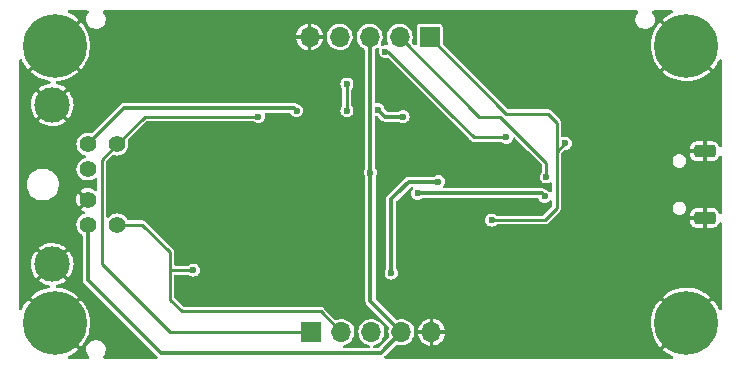
<source format=gbr>
%TF.GenerationSoftware,KiCad,Pcbnew,(6.0.7)*%
%TF.CreationDate,2023-04-17T23:48:31-04:00*%
%TF.ProjectId,minirib-usb,6d696e69-7269-4622-9d75-73622e6b6963,E*%
%TF.SameCoordinates,Original*%
%TF.FileFunction,Copper,L2,Bot*%
%TF.FilePolarity,Positive*%
%FSLAX46Y46*%
G04 Gerber Fmt 4.6, Leading zero omitted, Abs format (unit mm)*
G04 Created by KiCad (PCBNEW (6.0.7)) date 2023-04-17 23:48:31*
%MOMM*%
%LPD*%
G01*
G04 APERTURE LIST*
G04 Aperture macros list*
%AMRoundRect*
0 Rectangle with rounded corners*
0 $1 Rounding radius*
0 $2 $3 $4 $5 $6 $7 $8 $9 X,Y pos of 4 corners*
0 Add a 4 corners polygon primitive as box body*
4,1,4,$2,$3,$4,$5,$6,$7,$8,$9,$2,$3,0*
0 Add four circle primitives for the rounded corners*
1,1,$1+$1,$2,$3*
1,1,$1+$1,$4,$5*
1,1,$1+$1,$6,$7*
1,1,$1+$1,$8,$9*
0 Add four rect primitives between the rounded corners*
20,1,$1+$1,$2,$3,$4,$5,0*
20,1,$1+$1,$4,$5,$6,$7,0*
20,1,$1+$1,$6,$7,$8,$9,0*
20,1,$1+$1,$8,$9,$2,$3,0*%
G04 Aperture macros list end*
%TA.AperFunction,ConnectorPad*%
%ADD10C,5.400000*%
%TD*%
%TA.AperFunction,ComponentPad*%
%ADD11C,3.100000*%
%TD*%
%TA.AperFunction,ComponentPad*%
%ADD12RoundRect,0.262500X0.667500X-0.262500X0.667500X0.262500X-0.667500X0.262500X-0.667500X-0.262500X0*%
%TD*%
%TA.AperFunction,ComponentPad*%
%ADD13R,1.700000X1.700000*%
%TD*%
%TA.AperFunction,ComponentPad*%
%ADD14O,1.700000X1.700000*%
%TD*%
%TA.AperFunction,ComponentPad*%
%ADD15C,1.400000*%
%TD*%
%TA.AperFunction,ComponentPad*%
%ADD16C,3.000000*%
%TD*%
%TA.AperFunction,ViaPad*%
%ADD17C,0.600000*%
%TD*%
%TA.AperFunction,Conductor*%
%ADD18C,0.350000*%
%TD*%
%TA.AperFunction,Conductor*%
%ADD19C,0.250000*%
%TD*%
G04 APERTURE END LIST*
D10*
%TO.P,H4,1,1*%
%TO.N,GND*%
X103250000Y-116750000D03*
D11*
X103250000Y-116750000D03*
%TD*%
%TO.P,H1,1,1*%
%TO.N,GND*%
X156750000Y-93250000D03*
D10*
X156750000Y-93250000D03*
%TD*%
D11*
%TO.P,H2,1,1*%
%TO.N,GND*%
X156750000Y-116750000D03*
D10*
X156750000Y-116750000D03*
%TD*%
D12*
%TO.P,J1,6,Shield*%
%TO.N,GND*%
X158300000Y-102175000D03*
X158300000Y-107825000D03*
%TD*%
D13*
%TO.P,J4,1,Pin_1*%
%TO.N,BUS-*%
X125000000Y-117500000D03*
D14*
%TO.P,J4,2,Pin_2*%
%TO.N,BUS+*%
X127540000Y-117500000D03*
%TO.P,J4,3,Pin_3*%
%TO.N,~{BUSY}*%
X130080000Y-117500000D03*
%TO.P,J4,4,Pin_4*%
%TO.N,BUSY*%
X132620000Y-117500000D03*
%TO.P,J4,5,Pin_5*%
%TO.N,GND*%
X135160000Y-117500000D03*
%TD*%
D11*
%TO.P,H3,1,1*%
%TO.N,GND*%
X103250000Y-93250000D03*
D10*
X103250000Y-93250000D03*
%TD*%
D13*
%TO.P,J3,1,Pin_1*%
%TO.N,TXD*%
X135000000Y-92500000D03*
D14*
%TO.P,J3,2,Pin_2*%
%TO.N,RXD*%
X132460000Y-92500000D03*
%TO.P,J3,3,Pin_3*%
%TO.N,BUSY*%
X129920000Y-92500000D03*
%TO.P,J3,4,Pin_4*%
%TO.N,~{DTR}*%
X127380000Y-92500000D03*
%TO.P,J3,5,Pin_5*%
%TO.N,GND*%
X124840000Y-92500000D03*
%TD*%
D15*
%TO.P,J2,1*%
%TO.N,GND*%
X106050000Y-106300000D03*
%TO.P,J2,2*%
%TO.N,BIAS*%
X106050000Y-103700000D03*
%TO.P,J2,3*%
%TO.N,BUSY*%
X106050000Y-108400000D03*
%TO.P,J2,4*%
%TO.N,~{BUSY}*%
X106050000Y-101600000D03*
%TO.P,J2,5*%
%TO.N,BUS+*%
X108550000Y-108400000D03*
%TO.P,J2,6*%
%TO.N,BUS-*%
X108550000Y-101600000D03*
D16*
%TO.P,J2,SH*%
%TO.N,GND*%
X103050000Y-111750000D03*
X103050000Y-98250000D03*
%TD*%
D17*
%TO.N,GND*%
X144000000Y-106500000D03*
X148000000Y-98500000D03*
X147000000Y-98500000D03*
X147000000Y-99500000D03*
X148000000Y-99500000D03*
X149000000Y-99500000D03*
X154250000Y-103500000D03*
X154250000Y-102500000D03*
X154250000Y-101500000D03*
X154250000Y-100500000D03*
X117000000Y-109500000D03*
X116250000Y-110250000D03*
X115500000Y-111000000D03*
X109500000Y-106750000D03*
X109500000Y-105750000D03*
X109500000Y-104750000D03*
X108500000Y-106750000D03*
X108500000Y-105750000D03*
X108500000Y-104750000D03*
X135500000Y-103750000D03*
X132250000Y-102750000D03*
X129000000Y-99250000D03*
X127000000Y-99250000D03*
X126000000Y-99250000D03*
X125000000Y-99250000D03*
%TO.N,~{BUSY}*%
X131750000Y-112500000D03*
X135750000Y-104750000D03*
X123750000Y-98750000D03*
X130632011Y-98664101D03*
X132750000Y-99250000D03*
%TO.N,BUS-*%
X120500000Y-99250000D03*
%TO.N,BUSY*%
X134000000Y-105750000D03*
X144750000Y-106000000D03*
%TO.N,~{DTR}*%
X141500000Y-101000000D03*
X131250000Y-93750000D03*
%TO.N,RXD*%
X128000000Y-96500000D03*
X128000000Y-98750000D03*
%TO.N,BUS+*%
X115000000Y-112250000D03*
%TO.N,RXD*%
X144898056Y-104351944D03*
%TO.N,BUSY*%
X130000000Y-104000000D03*
%TO.N,TXD*%
X146500000Y-101500000D03*
X140250000Y-108000000D03*
%TD*%
D18*
%TO.N,~{BUSY}*%
X135750000Y-104750000D02*
X133250000Y-104750000D01*
X131750000Y-106250000D02*
X131750000Y-112500000D01*
X132250000Y-105750000D02*
X131750000Y-106250000D01*
X133250000Y-104750000D02*
X132250000Y-105750000D01*
X109150000Y-98500000D02*
X106050000Y-101600000D01*
X123500000Y-98500000D02*
X109150000Y-98500000D01*
X123750000Y-98750000D02*
X123500000Y-98500000D01*
X131217910Y-99250000D02*
X130632011Y-98664101D01*
X132750000Y-99250000D02*
X131217910Y-99250000D01*
D19*
%TO.N,BUS-*%
X120500000Y-99250000D02*
X110900000Y-99250000D01*
X110900000Y-99250000D02*
X108550000Y-101600000D01*
D18*
%TO.N,BUSY*%
X144500000Y-105750000D02*
X144750000Y-106000000D01*
X134000000Y-105750000D02*
X144500000Y-105750000D01*
D19*
%TO.N,~{DTR}*%
X131500000Y-93750000D02*
X131250000Y-93750000D01*
X136750000Y-99000000D02*
X131500000Y-93750000D01*
X138750000Y-101000000D02*
X136750000Y-99000000D01*
X141500000Y-101000000D02*
X138750000Y-101000000D01*
%TO.N,RXD*%
X128000000Y-98750000D02*
X128000000Y-96500000D01*
D18*
%TO.N,BUSY*%
X106050000Y-113050000D02*
X106050000Y-108400000D01*
X112250000Y-119250000D02*
X106050000Y-113050000D01*
X130870000Y-119250000D02*
X112250000Y-119250000D01*
X132620000Y-117500000D02*
X130870000Y-119250000D01*
X130000000Y-114880000D02*
X132620000Y-117500000D01*
X130000000Y-104000000D02*
X130000000Y-114880000D01*
D19*
%TO.N,BUS-*%
X107250000Y-102900000D02*
X108550000Y-101600000D01*
X107250000Y-111750000D02*
X107250000Y-102900000D01*
X113000000Y-117500000D02*
X107250000Y-111750000D01*
X125000000Y-117500000D02*
X113000000Y-117500000D01*
%TO.N,BUS+*%
X115000000Y-112250000D02*
X113000000Y-112250000D01*
X113000000Y-112250000D02*
X113000000Y-110750000D01*
X113000000Y-114750000D02*
X113000000Y-112250000D01*
X110650000Y-108400000D02*
X108550000Y-108400000D01*
X113000000Y-110750000D02*
X110650000Y-108400000D01*
X114000000Y-115750000D02*
X113000000Y-114750000D01*
X125790000Y-115750000D02*
X114000000Y-115750000D01*
X127540000Y-117500000D02*
X125790000Y-115750000D01*
%TO.N,RXD*%
X144898056Y-103148056D02*
X144898056Y-104351944D01*
X141000000Y-99250000D02*
X144898056Y-103148056D01*
X139210000Y-99250000D02*
X141000000Y-99250000D01*
X132460000Y-92500000D02*
X139210000Y-99250000D01*
D18*
%TO.N,BUSY*%
X129920000Y-103920000D02*
X130000000Y-104000000D01*
X129920000Y-92500000D02*
X129920000Y-103920000D01*
D19*
%TO.N,TXD*%
X141500000Y-99000000D02*
X135000000Y-92500000D01*
X145000000Y-99000000D02*
X141500000Y-99000000D01*
X145750000Y-99750000D02*
X145000000Y-99000000D01*
X145750000Y-102250000D02*
X145750000Y-99750000D01*
X145750000Y-102250000D02*
X146500000Y-101500000D01*
X145750000Y-102500000D02*
X145750000Y-102250000D01*
X144750000Y-108000000D02*
X145500000Y-107250000D01*
X140250000Y-108000000D02*
X144750000Y-108000000D01*
X145500000Y-107250000D02*
X145750000Y-107000000D01*
X145750000Y-107000000D02*
X145750000Y-102500000D01*
%TD*%
%TA.AperFunction,Conductor*%
%TO.N,GND*%
G36*
X106092571Y-90270502D02*
G01*
X106139064Y-90324158D01*
X106149168Y-90394432D01*
X106120662Y-90457591D01*
X106116877Y-90461170D01*
X106015940Y-90609694D01*
X105949252Y-90776427D01*
X105948138Y-90783157D01*
X105948137Y-90783160D01*
X105935629Y-90858715D01*
X105919922Y-90953591D01*
X105920279Y-90960407D01*
X105920279Y-90960411D01*
X105923668Y-91025067D01*
X105929321Y-91132921D01*
X105977008Y-91306049D01*
X106060760Y-91464898D01*
X106176668Y-91602058D01*
X106182091Y-91606205D01*
X106182093Y-91606206D01*
X106313905Y-91706984D01*
X106313909Y-91706987D01*
X106319326Y-91711128D01*
X106325506Y-91714010D01*
X106325508Y-91714011D01*
X106475900Y-91784140D01*
X106475903Y-91784141D01*
X106482077Y-91787020D01*
X106488725Y-91788506D01*
X106488728Y-91788507D01*
X106652290Y-91825067D01*
X106652291Y-91825067D01*
X106657328Y-91826193D01*
X106662819Y-91826500D01*
X106794866Y-91826500D01*
X106928525Y-91811980D01*
X107011251Y-91784140D01*
X107092257Y-91756879D01*
X107092259Y-91756878D01*
X107098722Y-91754703D01*
X107252648Y-91662214D01*
X107257610Y-91657522D01*
X107378165Y-91543519D01*
X107378167Y-91543517D01*
X107383123Y-91538830D01*
X107484060Y-91390306D01*
X107550748Y-91223573D01*
X107580078Y-91046409D01*
X107579593Y-91037142D01*
X107571036Y-90873892D01*
X107570679Y-90867079D01*
X107522992Y-90693951D01*
X107439240Y-90535102D01*
X107373938Y-90457826D01*
X107345247Y-90392886D01*
X107356220Y-90322743D01*
X107403374Y-90269667D01*
X107470177Y-90250500D01*
X152524450Y-90250500D01*
X152592571Y-90270502D01*
X152639064Y-90324158D01*
X152649168Y-90394432D01*
X152620662Y-90457591D01*
X152616877Y-90461170D01*
X152515940Y-90609694D01*
X152449252Y-90776427D01*
X152448138Y-90783157D01*
X152448137Y-90783160D01*
X152435629Y-90858715D01*
X152419922Y-90953591D01*
X152420279Y-90960407D01*
X152420279Y-90960411D01*
X152423668Y-91025067D01*
X152429321Y-91132921D01*
X152477008Y-91306049D01*
X152560760Y-91464898D01*
X152676668Y-91602058D01*
X152682091Y-91606205D01*
X152682093Y-91606206D01*
X152813905Y-91706984D01*
X152813909Y-91706987D01*
X152819326Y-91711128D01*
X152825506Y-91714010D01*
X152825508Y-91714011D01*
X152975900Y-91784140D01*
X152975903Y-91784141D01*
X152982077Y-91787020D01*
X152988725Y-91788506D01*
X152988728Y-91788507D01*
X153152290Y-91825067D01*
X153152291Y-91825067D01*
X153157328Y-91826193D01*
X153162819Y-91826500D01*
X153294866Y-91826500D01*
X153428525Y-91811980D01*
X153511251Y-91784140D01*
X153592257Y-91756879D01*
X153592259Y-91756878D01*
X153598722Y-91754703D01*
X153752648Y-91662214D01*
X153757610Y-91657522D01*
X153878165Y-91543519D01*
X153878167Y-91543517D01*
X153883123Y-91538830D01*
X153984060Y-91390306D01*
X154050748Y-91223573D01*
X154080078Y-91046409D01*
X154079593Y-91037142D01*
X154071036Y-90873892D01*
X154070679Y-90867079D01*
X154022992Y-90693951D01*
X153939240Y-90535102D01*
X153873938Y-90457826D01*
X153845247Y-90392886D01*
X153856220Y-90322743D01*
X153903374Y-90269667D01*
X153970177Y-90250500D01*
X155513047Y-90250500D01*
X155581168Y-90270502D01*
X155627661Y-90324158D01*
X155637765Y-90394432D01*
X155608271Y-90459012D01*
X155567291Y-90490226D01*
X155305568Y-90615062D01*
X155299210Y-90618557D01*
X155012296Y-90798538D01*
X155006368Y-90802751D01*
X154745318Y-91011890D01*
X154739293Y-91023061D01*
X154739447Y-91025067D01*
X154743554Y-91031422D01*
X156737188Y-93025056D01*
X156751132Y-93032670D01*
X156752965Y-93032539D01*
X156759580Y-93028288D01*
X157891271Y-91896597D01*
X157953583Y-91862571D01*
X158024398Y-91867636D01*
X158069461Y-91896597D01*
X158103403Y-91930539D01*
X158137429Y-91992851D01*
X158132364Y-92063666D01*
X158103403Y-92108729D01*
X156974944Y-93237188D01*
X156967330Y-93251132D01*
X156967461Y-93252965D01*
X156971712Y-93259580D01*
X158963612Y-95251480D01*
X158976966Y-95258772D01*
X158986939Y-95251717D01*
X159160207Y-95044489D01*
X159164523Y-95038678D01*
X159350492Y-94755568D01*
X159354106Y-94749306D01*
X159506297Y-94446711D01*
X159507863Y-94443091D01*
X159553275Y-94388517D01*
X159620982Y-94367158D01*
X159689489Y-94385795D01*
X159737045Y-94438511D01*
X159749500Y-94493133D01*
X159749500Y-101697086D01*
X159729498Y-101765207D01*
X159675842Y-101811700D01*
X159605568Y-101821804D01*
X159540988Y-101792310D01*
X159507091Y-101745304D01*
X159462003Y-101636453D01*
X159453816Y-101622272D01*
X159373703Y-101517866D01*
X159362134Y-101506297D01*
X159257728Y-101426184D01*
X159243547Y-101417997D01*
X159121971Y-101367638D01*
X159106154Y-101363400D01*
X159008457Y-101350538D01*
X159000248Y-101350000D01*
X158468115Y-101350000D01*
X158452876Y-101354475D01*
X158451671Y-101355865D01*
X158450000Y-101363548D01*
X158450000Y-102981885D01*
X158454475Y-102997124D01*
X158455865Y-102998329D01*
X158463548Y-103000000D01*
X159000248Y-103000000D01*
X159008457Y-102999462D01*
X159106154Y-102986600D01*
X159121971Y-102982362D01*
X159243547Y-102932003D01*
X159257728Y-102923816D01*
X159362134Y-102843703D01*
X159373703Y-102832134D01*
X159453816Y-102727728D01*
X159462003Y-102713547D01*
X159507091Y-102604696D01*
X159551639Y-102549415D01*
X159619003Y-102526994D01*
X159687794Y-102544552D01*
X159736172Y-102596514D01*
X159749500Y-102652914D01*
X159749500Y-107347086D01*
X159729498Y-107415207D01*
X159675842Y-107461700D01*
X159605568Y-107471804D01*
X159540988Y-107442310D01*
X159507091Y-107395304D01*
X159462003Y-107286453D01*
X159453816Y-107272272D01*
X159373703Y-107167866D01*
X159362134Y-107156297D01*
X159257728Y-107076184D01*
X159243547Y-107067997D01*
X159121971Y-107017638D01*
X159106154Y-107013400D01*
X159008457Y-107000538D01*
X159000248Y-107000000D01*
X158468115Y-107000000D01*
X158452876Y-107004475D01*
X158451671Y-107005865D01*
X158450000Y-107013548D01*
X158450000Y-108631885D01*
X158454475Y-108647124D01*
X158455865Y-108648329D01*
X158463548Y-108650000D01*
X159000248Y-108650000D01*
X159008457Y-108649462D01*
X159106154Y-108636600D01*
X159121971Y-108632362D01*
X159243547Y-108582003D01*
X159257728Y-108573816D01*
X159362134Y-108493703D01*
X159373703Y-108482134D01*
X159453816Y-108377728D01*
X159462003Y-108363547D01*
X159507091Y-108254696D01*
X159551639Y-108199415D01*
X159619003Y-108176994D01*
X159687794Y-108194552D01*
X159736172Y-108246514D01*
X159749500Y-108302914D01*
X159749500Y-115518932D01*
X159729498Y-115587053D01*
X159675842Y-115633546D01*
X159605568Y-115643650D01*
X159540988Y-115614156D01*
X159507603Y-115568367D01*
X159443112Y-115417171D01*
X159439895Y-115410688D01*
X159272067Y-115116454D01*
X159268135Y-115110399D01*
X159067600Y-114837405D01*
X159062990Y-114831832D01*
X158987325Y-114750408D01*
X158973674Y-114742291D01*
X158973068Y-114742312D01*
X158964587Y-114747545D01*
X156974944Y-116737188D01*
X156967330Y-116751132D01*
X156967461Y-116752965D01*
X156971712Y-116759580D01*
X158103403Y-117891271D01*
X158137429Y-117953583D01*
X158132364Y-118024398D01*
X158103403Y-118069461D01*
X158069461Y-118103403D01*
X158007149Y-118137429D01*
X157936334Y-118132364D01*
X157891271Y-118103403D01*
X156762812Y-116974944D01*
X156748868Y-116967330D01*
X156747035Y-116967461D01*
X156740420Y-116971712D01*
X154750131Y-118962001D01*
X154742517Y-118975945D01*
X154742535Y-118976196D01*
X154748451Y-118984943D01*
X154856157Y-119082948D01*
X154861781Y-119087503D01*
X155136845Y-119285156D01*
X155142975Y-119289046D01*
X155438923Y-119453769D01*
X155445443Y-119456921D01*
X155566564Y-119507091D01*
X155621845Y-119551639D01*
X155644266Y-119619003D01*
X155626708Y-119687794D01*
X155574746Y-119736172D01*
X155518346Y-119749500D01*
X131276438Y-119749500D01*
X131208317Y-119729498D01*
X131161824Y-119675842D01*
X131151720Y-119605568D01*
X131181214Y-119540988D01*
X131187343Y-119534405D01*
X132142895Y-118578853D01*
X132205207Y-118544827D01*
X132270927Y-118548115D01*
X132273160Y-118548841D01*
X132278470Y-118551122D01*
X132284102Y-118552396D01*
X132284107Y-118552398D01*
X132445180Y-118588845D01*
X132475740Y-118595760D01*
X132481509Y-118595987D01*
X132481512Y-118595987D01*
X132557683Y-118598979D01*
X132677842Y-118603700D01*
X132764132Y-118591189D01*
X132872286Y-118575508D01*
X132872291Y-118575507D01*
X132878007Y-118574678D01*
X132883479Y-118572820D01*
X132883481Y-118572820D01*
X133064067Y-118511519D01*
X133064069Y-118511518D01*
X133069531Y-118509664D01*
X133246001Y-118410837D01*
X133261506Y-118397942D01*
X133397073Y-118285191D01*
X133401505Y-118281505D01*
X133530837Y-118126001D01*
X133629664Y-117949531D01*
X133648005Y-117895502D01*
X133692820Y-117763481D01*
X133692820Y-117763479D01*
X133694678Y-117758007D01*
X133695507Y-117752291D01*
X133695508Y-117752286D01*
X133708076Y-117665603D01*
X134018305Y-117665603D01*
X134018914Y-117674901D01*
X134020715Y-117686273D01*
X134069896Y-117879923D01*
X134073737Y-117890769D01*
X134157386Y-118072218D01*
X134163137Y-118082179D01*
X134278455Y-118245350D01*
X134285921Y-118254092D01*
X134429047Y-118393520D01*
X134437981Y-118400754D01*
X134604112Y-118511760D01*
X134614225Y-118517251D01*
X134797805Y-118596123D01*
X134808738Y-118599675D01*
X134998700Y-118642658D01*
X135007300Y-118640491D01*
X135007666Y-118640100D01*
X135010000Y-118630291D01*
X135010000Y-118622244D01*
X135310000Y-118622244D01*
X135313966Y-118635750D01*
X135327966Y-118637754D01*
X135423898Y-118623845D01*
X135435081Y-118621160D01*
X135624283Y-118556934D01*
X135634786Y-118552258D01*
X135809124Y-118454625D01*
X135818596Y-118448115D01*
X135972219Y-118320348D01*
X135980348Y-118312219D01*
X136108115Y-118158596D01*
X136114625Y-118149124D01*
X136212258Y-117974786D01*
X136216934Y-117964283D01*
X136281160Y-117775081D01*
X136283845Y-117763898D01*
X136297759Y-117667929D01*
X136295773Y-117653993D01*
X136282205Y-117650000D01*
X135328115Y-117650000D01*
X135312876Y-117654475D01*
X135311671Y-117655865D01*
X135310000Y-117663548D01*
X135310000Y-118622244D01*
X135010000Y-118622244D01*
X135010000Y-117668115D01*
X135005525Y-117652876D01*
X135004135Y-117651671D01*
X134996452Y-117650000D01*
X134035397Y-117650000D01*
X134020357Y-117654416D01*
X134018305Y-117665603D01*
X133708076Y-117665603D01*
X133714401Y-117621976D01*
X133723700Y-117557842D01*
X133725215Y-117500000D01*
X133709779Y-117332012D01*
X134021773Y-117332012D01*
X134024215Y-117346431D01*
X134036957Y-117350000D01*
X134991885Y-117350000D01*
X135007124Y-117345525D01*
X135008329Y-117344135D01*
X135010000Y-117336452D01*
X135010000Y-117331885D01*
X135310000Y-117331885D01*
X135314475Y-117347124D01*
X135315865Y-117348329D01*
X135323548Y-117350000D01*
X136283029Y-117350000D01*
X136297574Y-117345729D01*
X136299637Y-117333595D01*
X136296117Y-117295285D01*
X136294020Y-117283971D01*
X136239785Y-117091670D01*
X136235663Y-117080931D01*
X136147292Y-116901733D01*
X136141282Y-116891925D01*
X136021731Y-116731827D01*
X136014041Y-116723287D01*
X135944755Y-116659239D01*
X153746494Y-116659239D01*
X153755360Y-116997834D01*
X153755966Y-117005050D01*
X153803693Y-117340391D01*
X153805122Y-117347480D01*
X153891074Y-117675110D01*
X153893314Y-117682005D01*
X154016348Y-117997571D01*
X154019373Y-118004177D01*
X154177857Y-118303501D01*
X154181616Y-118309709D01*
X154373461Y-118588845D01*
X154377906Y-118594574D01*
X154512940Y-118749367D01*
X154526112Y-118757771D01*
X154535965Y-118751903D01*
X156525056Y-116762812D01*
X156532670Y-116748868D01*
X156532539Y-116747035D01*
X156528288Y-116740420D01*
X154535880Y-114748012D01*
X154521936Y-114740398D01*
X154520277Y-114740516D01*
X154513424Y-114744946D01*
X154498405Y-114760123D01*
X154493611Y-114765561D01*
X154284618Y-115032101D01*
X154280483Y-115038050D01*
X154103503Y-115326855D01*
X154100082Y-115333234D01*
X153957468Y-115640472D01*
X153954808Y-115647191D01*
X153848451Y-115968782D01*
X153846575Y-115975785D01*
X153777889Y-116307458D01*
X153776832Y-116314619D01*
X153746722Y-116651987D01*
X153746494Y-116659239D01*
X135944755Y-116659239D01*
X135867315Y-116587654D01*
X135858190Y-116580653D01*
X135689209Y-116474034D01*
X135678965Y-116468814D01*
X135493385Y-116394775D01*
X135482347Y-116391505D01*
X135327770Y-116360759D01*
X135314894Y-116361911D01*
X135310000Y-116377064D01*
X135310000Y-117331885D01*
X135010000Y-117331885D01*
X135010000Y-116376952D01*
X135006194Y-116363990D01*
X134991279Y-116362054D01*
X134866780Y-116383447D01*
X134855660Y-116386427D01*
X134668207Y-116455582D01*
X134657829Y-116460532D01*
X134486119Y-116562688D01*
X134476807Y-116569453D01*
X134326587Y-116701194D01*
X134318670Y-116709537D01*
X134194975Y-116866443D01*
X134188704Y-116876100D01*
X134095679Y-117052912D01*
X134091273Y-117063549D01*
X134032025Y-117254356D01*
X134029632Y-117265614D01*
X134021773Y-117332012D01*
X133709779Y-117332012D01*
X133706708Y-117298591D01*
X133701055Y-117278545D01*
X133653376Y-117109490D01*
X133651807Y-117103926D01*
X133562351Y-116922527D01*
X133546824Y-116901733D01*
X133444788Y-116765091D01*
X133444787Y-116765090D01*
X133441335Y-116760467D01*
X133437099Y-116756551D01*
X133297053Y-116627094D01*
X133297051Y-116627092D01*
X133292812Y-116623174D01*
X133265374Y-116605862D01*
X133126637Y-116518325D01*
X133121757Y-116515246D01*
X132933898Y-116440298D01*
X132735526Y-116400839D01*
X132729752Y-116400763D01*
X132729748Y-116400763D01*
X132627257Y-116399422D01*
X132533286Y-116398192D01*
X132527589Y-116399171D01*
X132527588Y-116399171D01*
X132339646Y-116431465D01*
X132339645Y-116431465D01*
X132333949Y-116432444D01*
X132315715Y-116439171D01*
X132278308Y-116452971D01*
X132207474Y-116457783D01*
X132145602Y-116423854D01*
X130462405Y-114740657D01*
X130428379Y-114678345D01*
X130425500Y-114651562D01*
X130425500Y-114523061D01*
X154739293Y-114523061D01*
X154739447Y-114525067D01*
X154743554Y-114531422D01*
X156737188Y-116525056D01*
X156751132Y-116532670D01*
X156752965Y-116532539D01*
X156759580Y-116528288D01*
X158750726Y-114537142D01*
X158758118Y-114523605D01*
X158751330Y-114513904D01*
X158569627Y-114358715D01*
X158563868Y-114354343D01*
X158282716Y-114165417D01*
X158276494Y-114161737D01*
X157975498Y-114006381D01*
X157968887Y-114003438D01*
X157652041Y-113883712D01*
X157645122Y-113881544D01*
X157316618Y-113799029D01*
X157309494Y-113797670D01*
X156973691Y-113753460D01*
X156966449Y-113752929D01*
X156627802Y-113747609D01*
X156620540Y-113747913D01*
X156283509Y-113781554D01*
X156276361Y-113782686D01*
X155945417Y-113854843D01*
X155938440Y-113856792D01*
X155617989Y-113966506D01*
X155611283Y-113969243D01*
X155305568Y-114115062D01*
X155299210Y-114118557D01*
X155012296Y-114298538D01*
X155006368Y-114302751D01*
X154745318Y-114511890D01*
X154739293Y-114523061D01*
X130425500Y-114523061D01*
X130425500Y-104392544D01*
X130445502Y-104324423D01*
X130451538Y-104315839D01*
X130475835Y-104284175D01*
X130480861Y-104277625D01*
X130536330Y-104143709D01*
X130555250Y-104000000D01*
X130536330Y-103856291D01*
X130480861Y-103722375D01*
X130392621Y-103607379D01*
X130386070Y-103602352D01*
X130382402Y-103598684D01*
X130348379Y-103536371D01*
X130345500Y-103509591D01*
X130345500Y-99325258D01*
X130365502Y-99257137D01*
X130419158Y-99210644D01*
X130488266Y-99200708D01*
X130488302Y-99200431D01*
X130489288Y-99200561D01*
X130489289Y-99200561D01*
X130489970Y-99200651D01*
X130489977Y-99200652D01*
X130520770Y-99204706D01*
X130536059Y-99206718D01*
X130600985Y-99235440D01*
X130608707Y-99242545D01*
X130964690Y-99598528D01*
X130986073Y-99609423D01*
X131002919Y-99619747D01*
X131022329Y-99633849D01*
X131031760Y-99636913D01*
X131031763Y-99636915D01*
X131045147Y-99641264D01*
X131063408Y-99648828D01*
X131075946Y-99655216D01*
X131084784Y-99659719D01*
X131108481Y-99663472D01*
X131127700Y-99668086D01*
X131150517Y-99675500D01*
X132357456Y-99675500D01*
X132425577Y-99695502D01*
X132434161Y-99701538D01*
X132472375Y-99730861D01*
X132606291Y-99786330D01*
X132750000Y-99805250D01*
X132893709Y-99786330D01*
X133027625Y-99730861D01*
X133142621Y-99642621D01*
X133230861Y-99527625D01*
X133286330Y-99393709D01*
X133305250Y-99250000D01*
X133286330Y-99106291D01*
X133230861Y-98972375D01*
X133142621Y-98857379D01*
X133027625Y-98769139D01*
X132893709Y-98713670D01*
X132750000Y-98694750D01*
X132606291Y-98713670D01*
X132472375Y-98769139D01*
X132465825Y-98774165D01*
X132434161Y-98798462D01*
X132367940Y-98824063D01*
X132357456Y-98824500D01*
X131446348Y-98824500D01*
X131378227Y-98804498D01*
X131357253Y-98787595D01*
X131210455Y-98640797D01*
X131176429Y-98578485D01*
X131174628Y-98568148D01*
X131169419Y-98528580D01*
X131168341Y-98520392D01*
X131149361Y-98474568D01*
X131116032Y-98394105D01*
X131112872Y-98386476D01*
X131024632Y-98271480D01*
X130909636Y-98183240D01*
X130775720Y-98127771D01*
X130632011Y-98108851D01*
X130488302Y-98127771D01*
X130487841Y-98124269D01*
X130433096Y-98122949D01*
X130374313Y-98083136D01*
X130346386Y-98017862D01*
X130345500Y-98002944D01*
X130345500Y-93596972D01*
X130365502Y-93528851D01*
X130409933Y-93487038D01*
X130540964Y-93413658D01*
X130540966Y-93413657D01*
X130540968Y-93413655D01*
X130546001Y-93410837D01*
X130546142Y-93411089D01*
X130610860Y-93389889D01*
X130679567Y-93407774D01*
X130727698Y-93459965D01*
X130739972Y-93529893D01*
X130731168Y-93564046D01*
X130713670Y-93606291D01*
X130694750Y-93750000D01*
X130713670Y-93893709D01*
X130769139Y-94027625D01*
X130857379Y-94142621D01*
X130972375Y-94230861D01*
X131106291Y-94286330D01*
X131250000Y-94305250D01*
X131393709Y-94286330D01*
X131401340Y-94283169D01*
X131409316Y-94281032D01*
X131410168Y-94284212D01*
X131465451Y-94278283D01*
X131532143Y-94313180D01*
X138446652Y-101227689D01*
X138461377Y-101245920D01*
X138462778Y-101247460D01*
X138468428Y-101256210D01*
X138476606Y-101262657D01*
X138494465Y-101276736D01*
X138498832Y-101280617D01*
X138498898Y-101280539D01*
X138502856Y-101283893D01*
X138506538Y-101287575D01*
X138510769Y-101290598D01*
X138510772Y-101290601D01*
X138515591Y-101294044D01*
X138522052Y-101298661D01*
X138526781Y-101302212D01*
X138566600Y-101333603D01*
X138575149Y-101336605D01*
X138582519Y-101341872D01*
X138631078Y-101356394D01*
X138636719Y-101358227D01*
X138677064Y-101372395D01*
X138684548Y-101375023D01*
X138690055Y-101375500D01*
X138692762Y-101375500D01*
X138695334Y-101375611D01*
X138695494Y-101375659D01*
X138695488Y-101375803D01*
X138696106Y-101375842D01*
X138702286Y-101377690D01*
X138755555Y-101375597D01*
X138760501Y-101375500D01*
X141042296Y-101375500D01*
X141110417Y-101395502D01*
X141118998Y-101401536D01*
X141222375Y-101480861D01*
X141356291Y-101536330D01*
X141500000Y-101555250D01*
X141643709Y-101536330D01*
X141777625Y-101480861D01*
X141892621Y-101392621D01*
X141980861Y-101277625D01*
X142036330Y-101143709D01*
X142040946Y-101108648D01*
X142069669Y-101043721D01*
X142128934Y-101004630D01*
X142199926Y-101003785D01*
X142254963Y-101036000D01*
X143374174Y-102155212D01*
X144485651Y-103266689D01*
X144519677Y-103329001D01*
X144522556Y-103355784D01*
X144522556Y-103894240D01*
X144502554Y-103962361D01*
X144496520Y-103970942D01*
X144417195Y-104074319D01*
X144361726Y-104208235D01*
X144342806Y-104351944D01*
X144361726Y-104495653D01*
X144417195Y-104629569D01*
X144505435Y-104744565D01*
X144620431Y-104832805D01*
X144754347Y-104888274D01*
X144898056Y-104907194D01*
X145041765Y-104888274D01*
X145175681Y-104832805D01*
X145182235Y-104827776D01*
X145185498Y-104825892D01*
X145254493Y-104809153D01*
X145321585Y-104832372D01*
X145365473Y-104888178D01*
X145374500Y-104935010D01*
X145374500Y-105538386D01*
X145354498Y-105606507D01*
X145300842Y-105653000D01*
X145230568Y-105663104D01*
X145165988Y-105633610D01*
X145148542Y-105615095D01*
X145142621Y-105607379D01*
X145027625Y-105519139D01*
X144996351Y-105506185D01*
X144901339Y-105466830D01*
X144901336Y-105466829D01*
X144893709Y-105463670D01*
X144845952Y-105457383D01*
X144781026Y-105428661D01*
X144773304Y-105421556D01*
X144753220Y-105401472D01*
X144731837Y-105390577D01*
X144714991Y-105380253D01*
X144703604Y-105371980D01*
X144695581Y-105366151D01*
X144686150Y-105363087D01*
X144686147Y-105363085D01*
X144672763Y-105358736D01*
X144654502Y-105351172D01*
X144641964Y-105344784D01*
X144641963Y-105344784D01*
X144633126Y-105340281D01*
X144609429Y-105336528D01*
X144590210Y-105331914D01*
X144567393Y-105324500D01*
X136258563Y-105324500D01*
X136190442Y-105304498D01*
X136143949Y-105250842D01*
X136133845Y-105180568D01*
X136158601Y-105121796D01*
X136180625Y-105093094D01*
X136230861Y-105027625D01*
X136286330Y-104893709D01*
X136305250Y-104750000D01*
X136286330Y-104606291D01*
X136230861Y-104472375D01*
X136142621Y-104357379D01*
X136027625Y-104269139D01*
X135893709Y-104213670D01*
X135750000Y-104194750D01*
X135606291Y-104213670D01*
X135472375Y-104269139D01*
X135465825Y-104274165D01*
X135434161Y-104298462D01*
X135367940Y-104324063D01*
X135357456Y-104324500D01*
X133182607Y-104324500D01*
X133173180Y-104327563D01*
X133173173Y-104327564D01*
X133159788Y-104331913D01*
X133140569Y-104336527D01*
X133126669Y-104338729D01*
X133126666Y-104338730D01*
X133116874Y-104340281D01*
X133095503Y-104351170D01*
X133077239Y-104358735D01*
X133063852Y-104363085D01*
X133063849Y-104363086D01*
X133054420Y-104366150D01*
X133035006Y-104380256D01*
X133018154Y-104390582D01*
X132996780Y-104401472D01*
X131401472Y-105996780D01*
X131390577Y-106018163D01*
X131380253Y-106035009D01*
X131366151Y-106054419D01*
X131363087Y-106063850D01*
X131363085Y-106063853D01*
X131358736Y-106077237D01*
X131351172Y-106095498D01*
X131344784Y-106108036D01*
X131340281Y-106116874D01*
X131336528Y-106140570D01*
X131331914Y-106159790D01*
X131324500Y-106182607D01*
X131324500Y-112107456D01*
X131304498Y-112175577D01*
X131298462Y-112184161D01*
X131269139Y-112222375D01*
X131213670Y-112356291D01*
X131194750Y-112500000D01*
X131213670Y-112643709D01*
X131269139Y-112777625D01*
X131357379Y-112892621D01*
X131472375Y-112980861D01*
X131606291Y-113036330D01*
X131750000Y-113055250D01*
X131893709Y-113036330D01*
X132027625Y-112980861D01*
X132142621Y-112892621D01*
X132230861Y-112777625D01*
X132286330Y-112643709D01*
X132305250Y-112500000D01*
X132286330Y-112356291D01*
X132230861Y-112222375D01*
X132201538Y-112184161D01*
X132175937Y-112117940D01*
X132175500Y-112107456D01*
X132175500Y-106478438D01*
X132195502Y-106410317D01*
X132212405Y-106389343D01*
X133389343Y-105212405D01*
X133451655Y-105178379D01*
X133478438Y-105175500D01*
X133491437Y-105175500D01*
X133559558Y-105195502D01*
X133606051Y-105249158D01*
X133616155Y-105319432D01*
X133591399Y-105378204D01*
X133581900Y-105390584D01*
X133519139Y-105472375D01*
X133463670Y-105606291D01*
X133444750Y-105750000D01*
X133463670Y-105893709D01*
X133519139Y-106027625D01*
X133607379Y-106142621D01*
X133722375Y-106230861D01*
X133856291Y-106286330D01*
X134000000Y-106305250D01*
X134143709Y-106286330D01*
X134277625Y-106230861D01*
X134315839Y-106201538D01*
X134382060Y-106175937D01*
X134392544Y-106175500D01*
X144142647Y-106175500D01*
X144210768Y-106195502D01*
X144259056Y-106253283D01*
X144265977Y-106269993D01*
X144265980Y-106269998D01*
X144269139Y-106277625D01*
X144357379Y-106392621D01*
X144472375Y-106480861D01*
X144606291Y-106536330D01*
X144750000Y-106555250D01*
X144893709Y-106536330D01*
X145027625Y-106480861D01*
X145142621Y-106392621D01*
X145148539Y-106384908D01*
X145149542Y-106384176D01*
X145153488Y-106380230D01*
X145154103Y-106380845D01*
X145205877Y-106343042D01*
X145276748Y-106338821D01*
X145338650Y-106373586D01*
X145371931Y-106436299D01*
X145374500Y-106461614D01*
X145374500Y-106792273D01*
X145354498Y-106860394D01*
X145337595Y-106881368D01*
X144631368Y-107587595D01*
X144569056Y-107621621D01*
X144542273Y-107624500D01*
X140707704Y-107624500D01*
X140639583Y-107604498D01*
X140631000Y-107598462D01*
X140607821Y-107580676D01*
X140527625Y-107519139D01*
X140393709Y-107463670D01*
X140250000Y-107444750D01*
X140106291Y-107463670D01*
X139972375Y-107519139D01*
X139857379Y-107607379D01*
X139769139Y-107722375D01*
X139713670Y-107856291D01*
X139694750Y-108000000D01*
X139713670Y-108143709D01*
X139769139Y-108277625D01*
X139857379Y-108392621D01*
X139972375Y-108480861D01*
X140106291Y-108536330D01*
X140250000Y-108555250D01*
X140393709Y-108536330D01*
X140527625Y-108480861D01*
X140631000Y-108401538D01*
X140697220Y-108375937D01*
X140707704Y-108375500D01*
X144696504Y-108375500D01*
X144719801Y-108377979D01*
X144721886Y-108378077D01*
X144732066Y-108380269D01*
X144764984Y-108376373D01*
X144770821Y-108376029D01*
X144770813Y-108375928D01*
X144775992Y-108375500D01*
X144781193Y-108375500D01*
X144786321Y-108374646D01*
X144786327Y-108374646D01*
X144799987Y-108372372D01*
X144805863Y-108371535D01*
X144810952Y-108370933D01*
X144856210Y-108365576D01*
X144864377Y-108361654D01*
X144873313Y-108360167D01*
X144882475Y-108355223D01*
X144882479Y-108355222D01*
X144917929Y-108336094D01*
X144923220Y-108333398D01*
X144961749Y-108314897D01*
X144961750Y-108314896D01*
X144968900Y-108311463D01*
X144973131Y-108307906D01*
X144975063Y-108305974D01*
X144976937Y-108304255D01*
X144977074Y-108304181D01*
X144977174Y-108304291D01*
X144977654Y-108303868D01*
X144983329Y-108300806D01*
X145019541Y-108261632D01*
X145022970Y-108258067D01*
X145160789Y-108120248D01*
X157070000Y-108120248D01*
X157070538Y-108128457D01*
X157083400Y-108226154D01*
X157087638Y-108241971D01*
X157137997Y-108363547D01*
X157146184Y-108377728D01*
X157226297Y-108482134D01*
X157237866Y-108493703D01*
X157342272Y-108573816D01*
X157356453Y-108582003D01*
X157478029Y-108632362D01*
X157493846Y-108636600D01*
X157591543Y-108649462D01*
X157599752Y-108650000D01*
X158131885Y-108650000D01*
X158147124Y-108645525D01*
X158148329Y-108644135D01*
X158150000Y-108636452D01*
X158150000Y-107993115D01*
X158145525Y-107977876D01*
X158144135Y-107976671D01*
X158136452Y-107975000D01*
X157088115Y-107975000D01*
X157072876Y-107979475D01*
X157071671Y-107980865D01*
X157070000Y-107988548D01*
X157070000Y-108120248D01*
X145160789Y-108120248D01*
X145624152Y-107656885D01*
X157070000Y-107656885D01*
X157074475Y-107672124D01*
X157075865Y-107673329D01*
X157083548Y-107675000D01*
X158131885Y-107675000D01*
X158147124Y-107670525D01*
X158148329Y-107669135D01*
X158150000Y-107661452D01*
X158150000Y-107018115D01*
X158145525Y-107002876D01*
X158144135Y-107001671D01*
X158136452Y-107000000D01*
X157599752Y-107000000D01*
X157591543Y-107000538D01*
X157493846Y-107013400D01*
X157478029Y-107017638D01*
X157356453Y-107067997D01*
X157342272Y-107076184D01*
X157237866Y-107156297D01*
X157226297Y-107167866D01*
X157146184Y-107272272D01*
X157137997Y-107286453D01*
X157087638Y-107408029D01*
X157083400Y-107423846D01*
X157070538Y-107521543D01*
X157070000Y-107529752D01*
X157070000Y-107656885D01*
X145624152Y-107656885D01*
X145977689Y-107303348D01*
X145995920Y-107288623D01*
X145997460Y-107287222D01*
X146006210Y-107281572D01*
X146026736Y-107255535D01*
X146030617Y-107251168D01*
X146030539Y-107251102D01*
X146033893Y-107247144D01*
X146037575Y-107243462D01*
X146048661Y-107227948D01*
X146052217Y-107223212D01*
X146052620Y-107222701D01*
X146083603Y-107183400D01*
X146086605Y-107174851D01*
X146091872Y-107167481D01*
X146106394Y-107118922D01*
X146108227Y-107113281D01*
X146122395Y-107072936D01*
X146122395Y-107072935D01*
X146125023Y-107065452D01*
X146125500Y-107059945D01*
X146125500Y-107057238D01*
X146125611Y-107054666D01*
X146125659Y-107054506D01*
X146125803Y-107054512D01*
X146125842Y-107053894D01*
X146127690Y-107047714D01*
X146125815Y-107000000D01*
X155569534Y-107000000D01*
X155589313Y-107150236D01*
X155647302Y-107290233D01*
X155739549Y-107410451D01*
X155859767Y-107502698D01*
X155999764Y-107560687D01*
X156112280Y-107575500D01*
X156187720Y-107575500D01*
X156300236Y-107560687D01*
X156440233Y-107502698D01*
X156560451Y-107410451D01*
X156652698Y-107290233D01*
X156710687Y-107150236D01*
X156730466Y-107000000D01*
X156710687Y-106849764D01*
X156652698Y-106709767D01*
X156560451Y-106589549D01*
X156440233Y-106497302D01*
X156300236Y-106439313D01*
X156292048Y-106438235D01*
X156191807Y-106425038D01*
X156191806Y-106425038D01*
X156187720Y-106424500D01*
X156112280Y-106424500D01*
X156108194Y-106425038D01*
X156108193Y-106425038D01*
X156007952Y-106438235D01*
X155999764Y-106439313D01*
X155859767Y-106497302D01*
X155739549Y-106589549D01*
X155647302Y-106709767D01*
X155589313Y-106849764D01*
X155569534Y-107000000D01*
X146125815Y-107000000D01*
X146125597Y-106994445D01*
X146125500Y-106989499D01*
X146125500Y-103000000D01*
X155569534Y-103000000D01*
X155589313Y-103150236D01*
X155592473Y-103157865D01*
X155595759Y-103165797D01*
X155647302Y-103290233D01*
X155739549Y-103410451D01*
X155859767Y-103502698D01*
X155999764Y-103560687D01*
X156112280Y-103575500D01*
X156187720Y-103575500D01*
X156300236Y-103560687D01*
X156440233Y-103502698D01*
X156560451Y-103410451D01*
X156652698Y-103290233D01*
X156704241Y-103165797D01*
X156707527Y-103157865D01*
X156710687Y-103150236D01*
X156730466Y-103000000D01*
X156710687Y-102849764D01*
X156652698Y-102709767D01*
X156560451Y-102589549D01*
X156440233Y-102497302D01*
X156374919Y-102470248D01*
X157070000Y-102470248D01*
X157070538Y-102478457D01*
X157083400Y-102576154D01*
X157087638Y-102591971D01*
X157137997Y-102713547D01*
X157146184Y-102727728D01*
X157226297Y-102832134D01*
X157237866Y-102843703D01*
X157342272Y-102923816D01*
X157356453Y-102932003D01*
X157478029Y-102982362D01*
X157493846Y-102986600D01*
X157591543Y-102999462D01*
X157599752Y-103000000D01*
X158131885Y-103000000D01*
X158147124Y-102995525D01*
X158148329Y-102994135D01*
X158150000Y-102986452D01*
X158150000Y-102343115D01*
X158145525Y-102327876D01*
X158144135Y-102326671D01*
X158136452Y-102325000D01*
X157088115Y-102325000D01*
X157072876Y-102329475D01*
X157071671Y-102330865D01*
X157070000Y-102338548D01*
X157070000Y-102470248D01*
X156374919Y-102470248D01*
X156300236Y-102439313D01*
X156187720Y-102424500D01*
X156112280Y-102424500D01*
X155999764Y-102439313D01*
X155859767Y-102497302D01*
X155739549Y-102589549D01*
X155647302Y-102709767D01*
X155589313Y-102849764D01*
X155569534Y-103000000D01*
X146125500Y-103000000D01*
X146125500Y-102457727D01*
X146145502Y-102389606D01*
X146162405Y-102368632D01*
X146441872Y-102089165D01*
X146504184Y-102055139D01*
X146514515Y-102053339D01*
X146643709Y-102036330D01*
X146714797Y-102006885D01*
X157070000Y-102006885D01*
X157074475Y-102022124D01*
X157075865Y-102023329D01*
X157083548Y-102025000D01*
X158131885Y-102025000D01*
X158147124Y-102020525D01*
X158148329Y-102019135D01*
X158150000Y-102011452D01*
X158150000Y-101368115D01*
X158145525Y-101352876D01*
X158144135Y-101351671D01*
X158136452Y-101350000D01*
X157599752Y-101350000D01*
X157591543Y-101350538D01*
X157493846Y-101363400D01*
X157478029Y-101367638D01*
X157356453Y-101417997D01*
X157342272Y-101426184D01*
X157237866Y-101506297D01*
X157226297Y-101517866D01*
X157146184Y-101622272D01*
X157137997Y-101636453D01*
X157087638Y-101758029D01*
X157083400Y-101773846D01*
X157070538Y-101871543D01*
X157070000Y-101879752D01*
X157070000Y-102006885D01*
X146714797Y-102006885D01*
X146777625Y-101980861D01*
X146892621Y-101892621D01*
X146980861Y-101777625D01*
X146985564Y-101766272D01*
X147033169Y-101651340D01*
X147036330Y-101643709D01*
X147055250Y-101500000D01*
X147043992Y-101414487D01*
X147037408Y-101364478D01*
X147037408Y-101364477D01*
X147036330Y-101356291D01*
X146980861Y-101222375D01*
X146892621Y-101107379D01*
X146777625Y-101019139D01*
X146643709Y-100963670D01*
X146500000Y-100944750D01*
X146356291Y-100963670D01*
X146348659Y-100966831D01*
X146348660Y-100966831D01*
X146299718Y-100987103D01*
X146229128Y-100994692D01*
X146165641Y-100962912D01*
X146129414Y-100901854D01*
X146125500Y-100870694D01*
X146125500Y-99803497D01*
X146127979Y-99780209D01*
X146128078Y-99778111D01*
X146130269Y-99767934D01*
X146126373Y-99735016D01*
X146126029Y-99729179D01*
X146125928Y-99729187D01*
X146125500Y-99724008D01*
X146125500Y-99718807D01*
X146122372Y-99700013D01*
X146121535Y-99694137D01*
X146118089Y-99665023D01*
X146115576Y-99643790D01*
X146111654Y-99635623D01*
X146110167Y-99626687D01*
X146105223Y-99617525D01*
X146105222Y-99617521D01*
X146086094Y-99582071D01*
X146083398Y-99576780D01*
X146064897Y-99538251D01*
X146064896Y-99538250D01*
X146061463Y-99531100D01*
X146057906Y-99526869D01*
X146055974Y-99524937D01*
X146054255Y-99523063D01*
X146054181Y-99522926D01*
X146054291Y-99522826D01*
X146053868Y-99522346D01*
X146050806Y-99516671D01*
X146039490Y-99506210D01*
X146011633Y-99480460D01*
X146008067Y-99477030D01*
X145303348Y-98772311D01*
X145288623Y-98754080D01*
X145287222Y-98752540D01*
X145281572Y-98743790D01*
X145255535Y-98723264D01*
X145251168Y-98719383D01*
X145251102Y-98719461D01*
X145247144Y-98716107D01*
X145243462Y-98712425D01*
X145239231Y-98709402D01*
X145239228Y-98709399D01*
X145234409Y-98705956D01*
X145227948Y-98701339D01*
X145223212Y-98697783D01*
X145219365Y-98694750D01*
X145183400Y-98666397D01*
X145174851Y-98663395D01*
X145167481Y-98658128D01*
X145134203Y-98648176D01*
X145118930Y-98643608D01*
X145113286Y-98641774D01*
X145072935Y-98627604D01*
X145072929Y-98627603D01*
X145065452Y-98624977D01*
X145059945Y-98624500D01*
X145057238Y-98624500D01*
X145054665Y-98624389D01*
X145054506Y-98624341D01*
X145054512Y-98624197D01*
X145053892Y-98624158D01*
X145047713Y-98622310D01*
X144994445Y-98624403D01*
X144989498Y-98624500D01*
X141707727Y-98624500D01*
X141639606Y-98604498D01*
X141618632Y-98587595D01*
X138506982Y-95475945D01*
X154742517Y-95475945D01*
X154742535Y-95476196D01*
X154748451Y-95484943D01*
X154856157Y-95582948D01*
X154861781Y-95587503D01*
X155136845Y-95785156D01*
X155142975Y-95789046D01*
X155438923Y-95953769D01*
X155445443Y-95956921D01*
X155758373Y-96086540D01*
X155765224Y-96088926D01*
X156090960Y-96181715D01*
X156098049Y-96183299D01*
X156432303Y-96238036D01*
X156439509Y-96238793D01*
X156777842Y-96254748D01*
X156785092Y-96254672D01*
X157123006Y-96231636D01*
X157130215Y-96230725D01*
X157463248Y-96169001D01*
X157470278Y-96167274D01*
X157794012Y-96067680D01*
X157800823Y-96065147D01*
X158110948Y-95929012D01*
X158117415Y-95925717D01*
X158409858Y-95754827D01*
X158415891Y-95750818D01*
X158686757Y-95547447D01*
X158692281Y-95542779D01*
X158750134Y-95487879D01*
X158758110Y-95474141D01*
X158758066Y-95473183D01*
X158753106Y-95465238D01*
X156762812Y-93474944D01*
X156748868Y-93467330D01*
X156747035Y-93467461D01*
X156740420Y-93471712D01*
X154750131Y-95462001D01*
X154742517Y-95475945D01*
X138506982Y-95475945D01*
X136190276Y-93159239D01*
X153746494Y-93159239D01*
X153755360Y-93497834D01*
X153755966Y-93505050D01*
X153803693Y-93840391D01*
X153805122Y-93847480D01*
X153891074Y-94175110D01*
X153893314Y-94182005D01*
X154016348Y-94497571D01*
X154019373Y-94504177D01*
X154177857Y-94803501D01*
X154181616Y-94809709D01*
X154373461Y-95088845D01*
X154377906Y-95094574D01*
X154512940Y-95249367D01*
X154526112Y-95257771D01*
X154535965Y-95251903D01*
X156525056Y-93262812D01*
X156532670Y-93248868D01*
X156532539Y-93247035D01*
X156528288Y-93240420D01*
X154535880Y-91248012D01*
X154521936Y-91240398D01*
X154520277Y-91240516D01*
X154513424Y-91244946D01*
X154498405Y-91260123D01*
X154493611Y-91265561D01*
X154284618Y-91532101D01*
X154280483Y-91538050D01*
X154103503Y-91826855D01*
X154100082Y-91833234D01*
X153957468Y-92140472D01*
X153954808Y-92147191D01*
X153848451Y-92468782D01*
X153846575Y-92475785D01*
X153777889Y-92807458D01*
X153776832Y-92814619D01*
X153746722Y-93151987D01*
X153746494Y-93159239D01*
X136190276Y-93159239D01*
X136137405Y-93106368D01*
X136103379Y-93044056D01*
X136100500Y-93017273D01*
X136100500Y-91625326D01*
X136085966Y-91552260D01*
X136072497Y-91532101D01*
X136037493Y-91479714D01*
X136030601Y-91469399D01*
X135947740Y-91414034D01*
X135874674Y-91399500D01*
X134125326Y-91399500D01*
X134052260Y-91414034D01*
X133969399Y-91469399D01*
X133962507Y-91479714D01*
X133927504Y-91532101D01*
X133914034Y-91552260D01*
X133899500Y-91625326D01*
X133899500Y-93104273D01*
X133879498Y-93172394D01*
X133825842Y-93218887D01*
X133755568Y-93228991D01*
X133690988Y-93199497D01*
X133684405Y-93193368D01*
X133517694Y-93026657D01*
X133483668Y-92964345D01*
X133487476Y-92897061D01*
X133532819Y-92763485D01*
X133532820Y-92763480D01*
X133534678Y-92758007D01*
X133535507Y-92752291D01*
X133535508Y-92752286D01*
X133563167Y-92561516D01*
X133563700Y-92557842D01*
X133565215Y-92500000D01*
X133546708Y-92298591D01*
X133534233Y-92254356D01*
X133493376Y-92109490D01*
X133491807Y-92103926D01*
X133402351Y-91922527D01*
X133398352Y-91917171D01*
X133284788Y-91765091D01*
X133284787Y-91765090D01*
X133281335Y-91760467D01*
X133271299Y-91751190D01*
X133137053Y-91627094D01*
X133137051Y-91627092D01*
X133132812Y-91623174D01*
X133126607Y-91619259D01*
X132966637Y-91518325D01*
X132961757Y-91515246D01*
X132773898Y-91440298D01*
X132575526Y-91400839D01*
X132569752Y-91400763D01*
X132569748Y-91400763D01*
X132467257Y-91399422D01*
X132373286Y-91398192D01*
X132367589Y-91399171D01*
X132367588Y-91399171D01*
X132179646Y-91431465D01*
X132179645Y-91431465D01*
X132173949Y-91432444D01*
X131984193Y-91502449D01*
X131979232Y-91505401D01*
X131979231Y-91505401D01*
X131852744Y-91580653D01*
X131810371Y-91605862D01*
X131658305Y-91739220D01*
X131533089Y-91898057D01*
X131438914Y-92077053D01*
X131378937Y-92270213D01*
X131355164Y-92471069D01*
X131368392Y-92672894D01*
X131418178Y-92868928D01*
X131420595Y-92874172D01*
X131420598Y-92874179D01*
X131493299Y-93031879D01*
X131503654Y-93102116D01*
X131474391Y-93166802D01*
X131414803Y-93205399D01*
X131362429Y-93209552D01*
X131250000Y-93194750D01*
X131106291Y-93213670D01*
X131019409Y-93249657D01*
X130948820Y-93257246D01*
X130885333Y-93225466D01*
X130849106Y-93164408D01*
X130851640Y-93093457D01*
X130861257Y-93071682D01*
X130891727Y-93017273D01*
X130929664Y-92949531D01*
X130992819Y-92763485D01*
X130992820Y-92763481D01*
X130992820Y-92763479D01*
X130994678Y-92758007D01*
X130995507Y-92752291D01*
X130995508Y-92752286D01*
X131023167Y-92561516D01*
X131023700Y-92557842D01*
X131025215Y-92500000D01*
X131006708Y-92298591D01*
X130994233Y-92254356D01*
X130953376Y-92109490D01*
X130951807Y-92103926D01*
X130862351Y-91922527D01*
X130858352Y-91917171D01*
X130744788Y-91765091D01*
X130744787Y-91765090D01*
X130741335Y-91760467D01*
X130731299Y-91751190D01*
X130597053Y-91627094D01*
X130597051Y-91627092D01*
X130592812Y-91623174D01*
X130586607Y-91619259D01*
X130426637Y-91518325D01*
X130421757Y-91515246D01*
X130233898Y-91440298D01*
X130035526Y-91400839D01*
X130029752Y-91400763D01*
X130029748Y-91400763D01*
X129927257Y-91399422D01*
X129833286Y-91398192D01*
X129827589Y-91399171D01*
X129827588Y-91399171D01*
X129639646Y-91431465D01*
X129639645Y-91431465D01*
X129633949Y-91432444D01*
X129444193Y-91502449D01*
X129439232Y-91505401D01*
X129439231Y-91505401D01*
X129312744Y-91580653D01*
X129270371Y-91605862D01*
X129118305Y-91739220D01*
X128993089Y-91898057D01*
X128898914Y-92077053D01*
X128838937Y-92270213D01*
X128815164Y-92471069D01*
X128828392Y-92672894D01*
X128878178Y-92868928D01*
X128962856Y-93052607D01*
X128966189Y-93057323D01*
X129075922Y-93212592D01*
X129079588Y-93217780D01*
X129083730Y-93221815D01*
X129120101Y-93257246D01*
X129224466Y-93358913D01*
X129392637Y-93471282D01*
X129397940Y-93473560D01*
X129397943Y-93473562D01*
X129418238Y-93482281D01*
X129472931Y-93527549D01*
X129494500Y-93598049D01*
X129494500Y-103756797D01*
X129484909Y-103805015D01*
X129463670Y-103856291D01*
X129444750Y-104000000D01*
X129463670Y-104143709D01*
X129519139Y-104277625D01*
X129524165Y-104284175D01*
X129548462Y-104315839D01*
X129574063Y-104382060D01*
X129574500Y-104392544D01*
X129574500Y-114947393D01*
X129581914Y-114970210D01*
X129586528Y-114989429D01*
X129590281Y-115013126D01*
X129594784Y-115021963D01*
X129594784Y-115021964D01*
X129601172Y-115034502D01*
X129608736Y-115052763D01*
X129613085Y-115066147D01*
X129613087Y-115066150D01*
X129616151Y-115075581D01*
X129621980Y-115083604D01*
X129630253Y-115094991D01*
X129640577Y-115111837D01*
X129651472Y-115133220D01*
X131544260Y-117026008D01*
X131578286Y-117088320D01*
X131575498Y-117152466D01*
X131538937Y-117270213D01*
X131515164Y-117471069D01*
X131528392Y-117672894D01*
X131529815Y-117678496D01*
X131574950Y-117856220D01*
X131572331Y-117927169D01*
X131541922Y-117976330D01*
X130730657Y-118787595D01*
X130668345Y-118821621D01*
X130641562Y-118824500D01*
X130359728Y-118824500D01*
X130291607Y-118804498D01*
X130245114Y-118750842D01*
X130235010Y-118680568D01*
X130264504Y-118615988D01*
X130330313Y-118575982D01*
X130332294Y-118575506D01*
X130338007Y-118574678D01*
X130519521Y-118513062D01*
X130524067Y-118511519D01*
X130524069Y-118511518D01*
X130529531Y-118509664D01*
X130706001Y-118410837D01*
X130721506Y-118397942D01*
X130857073Y-118285191D01*
X130861505Y-118281505D01*
X130990837Y-118126001D01*
X131089664Y-117949531D01*
X131108005Y-117895502D01*
X131152820Y-117763481D01*
X131152820Y-117763479D01*
X131154678Y-117758007D01*
X131155507Y-117752291D01*
X131155508Y-117752286D01*
X131174401Y-117621976D01*
X131183700Y-117557842D01*
X131185215Y-117500000D01*
X131166708Y-117298591D01*
X131161055Y-117278545D01*
X131113376Y-117109490D01*
X131111807Y-117103926D01*
X131022351Y-116922527D01*
X131006824Y-116901733D01*
X130904788Y-116765091D01*
X130904787Y-116765090D01*
X130901335Y-116760467D01*
X130897099Y-116756551D01*
X130757053Y-116627094D01*
X130757051Y-116627092D01*
X130752812Y-116623174D01*
X130725374Y-116605862D01*
X130586637Y-116518325D01*
X130581757Y-116515246D01*
X130393898Y-116440298D01*
X130195526Y-116400839D01*
X130189752Y-116400763D01*
X130189748Y-116400763D01*
X130087257Y-116399422D01*
X129993286Y-116398192D01*
X129987589Y-116399171D01*
X129987588Y-116399171D01*
X129799646Y-116431465D01*
X129799645Y-116431465D01*
X129793949Y-116432444D01*
X129604193Y-116502449D01*
X129599232Y-116505401D01*
X129599231Y-116505401D01*
X129468552Y-116583147D01*
X129430371Y-116605862D01*
X129278305Y-116739220D01*
X129153089Y-116898057D01*
X129058914Y-117077053D01*
X128998937Y-117270213D01*
X128975164Y-117471069D01*
X128988392Y-117672894D01*
X128989815Y-117678496D01*
X129034951Y-117856220D01*
X129038178Y-117868928D01*
X129122856Y-118052607D01*
X129126189Y-118057323D01*
X129236196Y-118212980D01*
X129239588Y-118217780D01*
X129243730Y-118221815D01*
X129278379Y-118255568D01*
X129384466Y-118358913D01*
X129552637Y-118471282D01*
X129557940Y-118473560D01*
X129557943Y-118473562D01*
X129709506Y-118538678D01*
X129738470Y-118551122D01*
X129829841Y-118571797D01*
X129846677Y-118575607D01*
X129908704Y-118610150D01*
X129942208Y-118672744D01*
X129936554Y-118743515D01*
X129893535Y-118799994D01*
X129826810Y-118824249D01*
X129818869Y-118824500D01*
X127819728Y-118824500D01*
X127751607Y-118804498D01*
X127705114Y-118750842D01*
X127695010Y-118680568D01*
X127724504Y-118615988D01*
X127790313Y-118575982D01*
X127792294Y-118575506D01*
X127798007Y-118574678D01*
X127979521Y-118513062D01*
X127984067Y-118511519D01*
X127984069Y-118511518D01*
X127989531Y-118509664D01*
X128166001Y-118410837D01*
X128181506Y-118397942D01*
X128317073Y-118285191D01*
X128321505Y-118281505D01*
X128450837Y-118126001D01*
X128549664Y-117949531D01*
X128568005Y-117895502D01*
X128612820Y-117763481D01*
X128612820Y-117763479D01*
X128614678Y-117758007D01*
X128615507Y-117752291D01*
X128615508Y-117752286D01*
X128634401Y-117621976D01*
X128643700Y-117557842D01*
X128645215Y-117500000D01*
X128626708Y-117298591D01*
X128621055Y-117278545D01*
X128573376Y-117109490D01*
X128571807Y-117103926D01*
X128482351Y-116922527D01*
X128466824Y-116901733D01*
X128364788Y-116765091D01*
X128364787Y-116765090D01*
X128361335Y-116760467D01*
X128357099Y-116756551D01*
X128217053Y-116627094D01*
X128217051Y-116627092D01*
X128212812Y-116623174D01*
X128185374Y-116605862D01*
X128046637Y-116518325D01*
X128041757Y-116515246D01*
X127853898Y-116440298D01*
X127655526Y-116400839D01*
X127649752Y-116400763D01*
X127649748Y-116400763D01*
X127547257Y-116399422D01*
X127453286Y-116398192D01*
X127447589Y-116399171D01*
X127447588Y-116399171D01*
X127259646Y-116431465D01*
X127259645Y-116431465D01*
X127253949Y-116432444D01*
X127146653Y-116472028D01*
X127075821Y-116476840D01*
X127013948Y-116442911D01*
X126093348Y-115522311D01*
X126078623Y-115504080D01*
X126077222Y-115502540D01*
X126071572Y-115493790D01*
X126045535Y-115473264D01*
X126041168Y-115469383D01*
X126041102Y-115469461D01*
X126037144Y-115466107D01*
X126033462Y-115462425D01*
X126029231Y-115459402D01*
X126029228Y-115459399D01*
X126024409Y-115455956D01*
X126017948Y-115451339D01*
X126013212Y-115447783D01*
X125973400Y-115416397D01*
X125964851Y-115413395D01*
X125957481Y-115408128D01*
X125924203Y-115398176D01*
X125908930Y-115393608D01*
X125903286Y-115391774D01*
X125862935Y-115377604D01*
X125862929Y-115377603D01*
X125855452Y-115374977D01*
X125849945Y-115374500D01*
X125847238Y-115374500D01*
X125844665Y-115374389D01*
X125844506Y-115374341D01*
X125844512Y-115374197D01*
X125843892Y-115374158D01*
X125837713Y-115372310D01*
X125784445Y-115374403D01*
X125779498Y-115374500D01*
X114207727Y-115374500D01*
X114139606Y-115354498D01*
X114118632Y-115337595D01*
X113412405Y-114631368D01*
X113378379Y-114569056D01*
X113375500Y-114542273D01*
X113375500Y-112751500D01*
X113395502Y-112683379D01*
X113449158Y-112636886D01*
X113501500Y-112625500D01*
X114542296Y-112625500D01*
X114610417Y-112645502D01*
X114618998Y-112651536D01*
X114722375Y-112730861D01*
X114856291Y-112786330D01*
X115000000Y-112805250D01*
X115143709Y-112786330D01*
X115277625Y-112730861D01*
X115392621Y-112642621D01*
X115480861Y-112527625D01*
X115536330Y-112393709D01*
X115555250Y-112250000D01*
X115536330Y-112106291D01*
X115480861Y-111972375D01*
X115392621Y-111857379D01*
X115277625Y-111769139D01*
X115143709Y-111713670D01*
X115000000Y-111694750D01*
X114856291Y-111713670D01*
X114722375Y-111769139D01*
X114619000Y-111848462D01*
X114552780Y-111874063D01*
X114542296Y-111874500D01*
X113501500Y-111874500D01*
X113433379Y-111854498D01*
X113386886Y-111800842D01*
X113375500Y-111748500D01*
X113375500Y-110803496D01*
X113377979Y-110780199D01*
X113378077Y-110778114D01*
X113380269Y-110767934D01*
X113376373Y-110735016D01*
X113376029Y-110729179D01*
X113375928Y-110729187D01*
X113375500Y-110724011D01*
X113375500Y-110718807D01*
X113372372Y-110700011D01*
X113371535Y-110694136D01*
X113366800Y-110654133D01*
X113365576Y-110643791D01*
X113361655Y-110635625D01*
X113360167Y-110626687D01*
X113336091Y-110582064D01*
X113333398Y-110576778D01*
X113314896Y-110538247D01*
X113314892Y-110538241D01*
X113311463Y-110531100D01*
X113307906Y-110526869D01*
X113305977Y-110524940D01*
X113304255Y-110523063D01*
X113304181Y-110522926D01*
X113304291Y-110522826D01*
X113303868Y-110522346D01*
X113300806Y-110516671D01*
X113261632Y-110480459D01*
X113258067Y-110477030D01*
X110953348Y-108172311D01*
X110938623Y-108154080D01*
X110937222Y-108152540D01*
X110931572Y-108143790D01*
X110905535Y-108123264D01*
X110901168Y-108119383D01*
X110901102Y-108119461D01*
X110897144Y-108116107D01*
X110893462Y-108112425D01*
X110889231Y-108109402D01*
X110889228Y-108109399D01*
X110884409Y-108105956D01*
X110877948Y-108101339D01*
X110873212Y-108097783D01*
X110833400Y-108066397D01*
X110824851Y-108063395D01*
X110817481Y-108058128D01*
X110784203Y-108048176D01*
X110768930Y-108043608D01*
X110763286Y-108041774D01*
X110722935Y-108027604D01*
X110722929Y-108027603D01*
X110715452Y-108024977D01*
X110709945Y-108024500D01*
X110707238Y-108024500D01*
X110704665Y-108024389D01*
X110704506Y-108024341D01*
X110704512Y-108024197D01*
X110703892Y-108024158D01*
X110697713Y-108022310D01*
X110644445Y-108024403D01*
X110639498Y-108024500D01*
X109502605Y-108024500D01*
X109434484Y-108004498D01*
X109391354Y-107957654D01*
X109348413Y-107876894D01*
X109345522Y-107871456D01*
X109341632Y-107866686D01*
X109341629Y-107866682D01*
X109231605Y-107731780D01*
X109231602Y-107731777D01*
X109227710Y-107727005D01*
X109222114Y-107722375D01*
X109088834Y-107612116D01*
X109084085Y-107608187D01*
X108920116Y-107519529D01*
X108804376Y-107483702D01*
X108747936Y-107466231D01*
X108747933Y-107466230D01*
X108742049Y-107464409D01*
X108735924Y-107463765D01*
X108735923Y-107463765D01*
X108562796Y-107445568D01*
X108562795Y-107445568D01*
X108556668Y-107444924D01*
X108478549Y-107452033D01*
X108377171Y-107461259D01*
X108377168Y-107461260D01*
X108371032Y-107461818D01*
X108365122Y-107463557D01*
X108365119Y-107463558D01*
X108198129Y-107512707D01*
X108192214Y-107514448D01*
X108027023Y-107600807D01*
X108022223Y-107604667D01*
X108022222Y-107604667D01*
X108001136Y-107621621D01*
X107881752Y-107717608D01*
X107849213Y-107756386D01*
X107848022Y-107757806D01*
X107788912Y-107797133D01*
X107717925Y-107798259D01*
X107657597Y-107760828D01*
X107627083Y-107696723D01*
X107625500Y-107676815D01*
X107625500Y-103107728D01*
X107645502Y-103039607D01*
X107662405Y-103018632D01*
X108141857Y-102539181D01*
X108204169Y-102505156D01*
X108269888Y-102508444D01*
X108344907Y-102532819D01*
X108529998Y-102554890D01*
X108536133Y-102554418D01*
X108536135Y-102554418D01*
X108709710Y-102541062D01*
X108709715Y-102541061D01*
X108715851Y-102540589D01*
X108721781Y-102538933D01*
X108721783Y-102538933D01*
X108852877Y-102502331D01*
X108895387Y-102490462D01*
X109061768Y-102406417D01*
X109086255Y-102387286D01*
X109203794Y-102295454D01*
X109203795Y-102295453D01*
X109208655Y-102291656D01*
X109330454Y-102150550D01*
X109422526Y-101988474D01*
X109481364Y-101811601D01*
X109501610Y-101651340D01*
X109504285Y-101630170D01*
X109504286Y-101630163D01*
X109504727Y-101626668D01*
X109505099Y-101600000D01*
X109486909Y-101414487D01*
X109485128Y-101408588D01*
X109485127Y-101408583D01*
X109457603Y-101317420D01*
X109457062Y-101246425D01*
X109489130Y-101191907D01*
X111018632Y-99662405D01*
X111080944Y-99628379D01*
X111107727Y-99625500D01*
X120042296Y-99625500D01*
X120110417Y-99645502D01*
X120118998Y-99651536D01*
X120222375Y-99730861D01*
X120356291Y-99786330D01*
X120500000Y-99805250D01*
X120643709Y-99786330D01*
X120777625Y-99730861D01*
X120892621Y-99642621D01*
X120980861Y-99527625D01*
X121036330Y-99393709D01*
X121055250Y-99250000D01*
X121036330Y-99106291D01*
X121033169Y-99098660D01*
X121031032Y-99090684D01*
X121032593Y-99090266D01*
X121026017Y-99029134D01*
X121057793Y-98965646D01*
X121118849Y-98929415D01*
X121150016Y-98925500D01*
X123142647Y-98925500D01*
X123210768Y-98945502D01*
X123259056Y-99003283D01*
X123265977Y-99019993D01*
X123265979Y-99019996D01*
X123269139Y-99027625D01*
X123357379Y-99142621D01*
X123472375Y-99230861D01*
X123606291Y-99286330D01*
X123750000Y-99305250D01*
X123893709Y-99286330D01*
X124027625Y-99230861D01*
X124142621Y-99142621D01*
X124230861Y-99027625D01*
X124286330Y-98893709D01*
X124305250Y-98750000D01*
X127444750Y-98750000D01*
X127463670Y-98893709D01*
X127519139Y-99027625D01*
X127607379Y-99142621D01*
X127722375Y-99230861D01*
X127856291Y-99286330D01*
X128000000Y-99305250D01*
X128143709Y-99286330D01*
X128277625Y-99230861D01*
X128392621Y-99142621D01*
X128480861Y-99027625D01*
X128536330Y-98893709D01*
X128555250Y-98750000D01*
X128536330Y-98606291D01*
X128480861Y-98472375D01*
X128401538Y-98369000D01*
X128375937Y-98302780D01*
X128375500Y-98292296D01*
X128375500Y-96957704D01*
X128395502Y-96889583D01*
X128401538Y-96881000D01*
X128408607Y-96871788D01*
X128480861Y-96777625D01*
X128536330Y-96643709D01*
X128555250Y-96500000D01*
X128536330Y-96356291D01*
X128480861Y-96222375D01*
X128392621Y-96107379D01*
X128277625Y-96019139D01*
X128143709Y-95963670D01*
X128000000Y-95944750D01*
X127856291Y-95963670D01*
X127722375Y-96019139D01*
X127607379Y-96107379D01*
X127519139Y-96222375D01*
X127463670Y-96356291D01*
X127444750Y-96500000D01*
X127463670Y-96643709D01*
X127519139Y-96777625D01*
X127591393Y-96871788D01*
X127598462Y-96881000D01*
X127624063Y-96947220D01*
X127624500Y-96957704D01*
X127624500Y-98292296D01*
X127604498Y-98360417D01*
X127598464Y-98368998D01*
X127519139Y-98472375D01*
X127463670Y-98606291D01*
X127444750Y-98750000D01*
X124305250Y-98750000D01*
X124286330Y-98606291D01*
X124230861Y-98472375D01*
X124142621Y-98357379D01*
X124027625Y-98269139D01*
X123978686Y-98248868D01*
X123901339Y-98216830D01*
X123901336Y-98216829D01*
X123893709Y-98213670D01*
X123845952Y-98207383D01*
X123781026Y-98178661D01*
X123773304Y-98171556D01*
X123753220Y-98151472D01*
X123731837Y-98140577D01*
X123714991Y-98130253D01*
X123703604Y-98121980D01*
X123695581Y-98116151D01*
X123686150Y-98113087D01*
X123686147Y-98113085D01*
X123672763Y-98108736D01*
X123654502Y-98101172D01*
X123641964Y-98094784D01*
X123641963Y-98094784D01*
X123633126Y-98090281D01*
X123609429Y-98086528D01*
X123590210Y-98081914D01*
X123567393Y-98074500D01*
X109082607Y-98074500D01*
X109059790Y-98081914D01*
X109040571Y-98086528D01*
X109016874Y-98090281D01*
X109008037Y-98094784D01*
X109008036Y-98094784D01*
X108995498Y-98101172D01*
X108977237Y-98108736D01*
X108963851Y-98113086D01*
X108963850Y-98113087D01*
X108954419Y-98116151D01*
X108946399Y-98121978D01*
X108946397Y-98121979D01*
X108935012Y-98130251D01*
X108918159Y-98140579D01*
X108896780Y-98151472D01*
X108801472Y-98246780D01*
X108801471Y-98246782D01*
X106404072Y-100644180D01*
X106341760Y-100678206D01*
X106277719Y-100675450D01*
X106247939Y-100666232D01*
X106247937Y-100666232D01*
X106242049Y-100664409D01*
X106235924Y-100663765D01*
X106235923Y-100663765D01*
X106062796Y-100645568D01*
X106062795Y-100645568D01*
X106056668Y-100644924D01*
X105978549Y-100652033D01*
X105877171Y-100661259D01*
X105877168Y-100661260D01*
X105871032Y-100661818D01*
X105865122Y-100663557D01*
X105865119Y-100663558D01*
X105698129Y-100712707D01*
X105692214Y-100714448D01*
X105527023Y-100800807D01*
X105381752Y-100917608D01*
X105261935Y-101060401D01*
X105258971Y-101065793D01*
X105258968Y-101065797D01*
X105189639Y-101191907D01*
X105172135Y-101223746D01*
X105170274Y-101229613D01*
X105170273Y-101229615D01*
X105117634Y-101395554D01*
X105115772Y-101401424D01*
X105094994Y-101586665D01*
X105110592Y-101772414D01*
X105112291Y-101778339D01*
X105146502Y-101897647D01*
X105161971Y-101951595D01*
X105164790Y-101957080D01*
X105192734Y-102011452D01*
X105247176Y-102117385D01*
X105362959Y-102263468D01*
X105504912Y-102384279D01*
X105510290Y-102387285D01*
X105510292Y-102387286D01*
X105537731Y-102402621D01*
X105667627Y-102475217D01*
X105769889Y-102508444D01*
X105840016Y-102531230D01*
X105898622Y-102571304D01*
X105926259Y-102636700D01*
X105914152Y-102706657D01*
X105866146Y-102758963D01*
X105836655Y-102771936D01*
X105698131Y-102812706D01*
X105698126Y-102812708D01*
X105692214Y-102814448D01*
X105527023Y-102900807D01*
X105381752Y-103017608D01*
X105261935Y-103160401D01*
X105258971Y-103165793D01*
X105258968Y-103165797D01*
X105203502Y-103266689D01*
X105172135Y-103323746D01*
X105115772Y-103501424D01*
X105094994Y-103686665D01*
X105095510Y-103692809D01*
X105106692Y-103825965D01*
X105110592Y-103872414D01*
X105112291Y-103878339D01*
X105144829Y-103991812D01*
X105161971Y-104051595D01*
X105164790Y-104057080D01*
X105242474Y-104208235D01*
X105247176Y-104217385D01*
X105362959Y-104363468D01*
X105504912Y-104484279D01*
X105510290Y-104487285D01*
X105510292Y-104487286D01*
X105544523Y-104506417D01*
X105667627Y-104575217D01*
X105844907Y-104632819D01*
X106029998Y-104654890D01*
X106036133Y-104654418D01*
X106036135Y-104654418D01*
X106209710Y-104641062D01*
X106209715Y-104641061D01*
X106215851Y-104640589D01*
X106221781Y-104638933D01*
X106221783Y-104638933D01*
X106389459Y-104592117D01*
X106389458Y-104592117D01*
X106395387Y-104590462D01*
X106561768Y-104506417D01*
X106670929Y-104421131D01*
X106736921Y-104394954D01*
X106806591Y-104408611D01*
X106857818Y-104457767D01*
X106874500Y-104520421D01*
X106874500Y-105416430D01*
X106854498Y-105484551D01*
X106800842Y-105531044D01*
X106730568Y-105541148D01*
X106668184Y-105513515D01*
X106616643Y-105470877D01*
X106606478Y-105464020D01*
X106444809Y-105376606D01*
X106433504Y-105371854D01*
X106257938Y-105317507D01*
X106245925Y-105315041D01*
X106063143Y-105295829D01*
X106050875Y-105295744D01*
X105867851Y-105312400D01*
X105855799Y-105314699D01*
X105679496Y-105366589D01*
X105668119Y-105371186D01*
X105505245Y-105456334D01*
X105494987Y-105463046D01*
X105470410Y-105482807D01*
X105461942Y-105494975D01*
X105468317Y-105506185D01*
X106173037Y-106210905D01*
X106207063Y-106273217D01*
X106201998Y-106344032D01*
X106173037Y-106389095D01*
X105467989Y-107094143D01*
X105460614Y-107107650D01*
X105467444Y-107117395D01*
X105471831Y-107121129D01*
X105481907Y-107128131D01*
X105642334Y-107217790D01*
X105653575Y-107222701D01*
X105755962Y-107255969D01*
X105814568Y-107296043D01*
X105842205Y-107361439D01*
X105830098Y-107431396D01*
X105782092Y-107483702D01*
X105752609Y-107496672D01*
X105692214Y-107514448D01*
X105527023Y-107600807D01*
X105522223Y-107604667D01*
X105522222Y-107604667D01*
X105501136Y-107621621D01*
X105381752Y-107717608D01*
X105261935Y-107860401D01*
X105258971Y-107865793D01*
X105258968Y-107865797D01*
X105198933Y-107975000D01*
X105172135Y-108023746D01*
X105170274Y-108029613D01*
X105170273Y-108029615D01*
X105136678Y-108135520D01*
X105115772Y-108201424D01*
X105094994Y-108386665D01*
X105095510Y-108392809D01*
X105109151Y-108555250D01*
X105110592Y-108572414D01*
X105112291Y-108578339D01*
X105132015Y-108647124D01*
X105161971Y-108751595D01*
X105164790Y-108757080D01*
X105207027Y-108839263D01*
X105247176Y-108917385D01*
X105362959Y-109063468D01*
X105504912Y-109184279D01*
X105559962Y-109215045D01*
X105559971Y-109215050D01*
X105609676Y-109265744D01*
X105624500Y-109325038D01*
X105624500Y-113117393D01*
X105631914Y-113140210D01*
X105636528Y-113159429D01*
X105640281Y-113183126D01*
X105644784Y-113191963D01*
X105644784Y-113191964D01*
X105651172Y-113204502D01*
X105658736Y-113222763D01*
X105663085Y-113236147D01*
X105663087Y-113236150D01*
X105666151Y-113245581D01*
X105671980Y-113253604D01*
X105680253Y-113264991D01*
X105690577Y-113281837D01*
X105701472Y-113303220D01*
X105725446Y-113327194D01*
X111901471Y-119503218D01*
X111901472Y-119503220D01*
X111932657Y-119534405D01*
X111966683Y-119596717D01*
X111961618Y-119667532D01*
X111919071Y-119724368D01*
X111852551Y-119749179D01*
X111843562Y-119749500D01*
X107475550Y-119749500D01*
X107407429Y-119729498D01*
X107360936Y-119675842D01*
X107350832Y-119605568D01*
X107379338Y-119542409D01*
X107383123Y-119538830D01*
X107484060Y-119390306D01*
X107550748Y-119223573D01*
X107580078Y-119046409D01*
X107577011Y-118987879D01*
X107571036Y-118873892D01*
X107570679Y-118867079D01*
X107522992Y-118693951D01*
X107439240Y-118535102D01*
X107323332Y-118397942D01*
X107317907Y-118393794D01*
X107186095Y-118293016D01*
X107186091Y-118293013D01*
X107180674Y-118288872D01*
X107174494Y-118285990D01*
X107174492Y-118285989D01*
X107024100Y-118215860D01*
X107024097Y-118215859D01*
X107017923Y-118212980D01*
X107011275Y-118211494D01*
X107011272Y-118211493D01*
X106847710Y-118174933D01*
X106847709Y-118174933D01*
X106842672Y-118173807D01*
X106837181Y-118173500D01*
X106705134Y-118173500D01*
X106571475Y-118188020D01*
X106501726Y-118211493D01*
X106407743Y-118243121D01*
X106407741Y-118243122D01*
X106401278Y-118245297D01*
X106247352Y-118337786D01*
X106242392Y-118342477D01*
X106242390Y-118342478D01*
X106131079Y-118447740D01*
X106116877Y-118461170D01*
X106015940Y-118609694D01*
X105949252Y-118776427D01*
X105948138Y-118783157D01*
X105948137Y-118783160D01*
X105943500Y-118811172D01*
X105919922Y-118953591D01*
X105920279Y-118960407D01*
X105920279Y-118960411D01*
X105921257Y-118979063D01*
X105929321Y-119132921D01*
X105977008Y-119306049D01*
X106060760Y-119464898D01*
X106125061Y-119540988D01*
X106126062Y-119542173D01*
X106154753Y-119607114D01*
X106143780Y-119677257D01*
X106096626Y-119730333D01*
X106029823Y-119749500D01*
X104481363Y-119749500D01*
X104413242Y-119729498D01*
X104366749Y-119675842D01*
X104356645Y-119605568D01*
X104386139Y-119540988D01*
X104430718Y-119508126D01*
X104610962Y-119429005D01*
X104617415Y-119425717D01*
X104909858Y-119254827D01*
X104915891Y-119250818D01*
X105186757Y-119047447D01*
X105192281Y-119042779D01*
X105250134Y-118987879D01*
X105258110Y-118974141D01*
X105258066Y-118973183D01*
X105253106Y-118965238D01*
X103262812Y-116974944D01*
X103248868Y-116967330D01*
X103247035Y-116967461D01*
X103240420Y-116971712D01*
X102108729Y-118103403D01*
X102046417Y-118137429D01*
X101975602Y-118132364D01*
X101930539Y-118103403D01*
X101896597Y-118069461D01*
X101862571Y-118007149D01*
X101867636Y-117936334D01*
X101896597Y-117891271D01*
X103025056Y-116762812D01*
X103031434Y-116751132D01*
X103467330Y-116751132D01*
X103467461Y-116752965D01*
X103471712Y-116759580D01*
X105463612Y-118751480D01*
X105476966Y-118758772D01*
X105486939Y-118751717D01*
X105660207Y-118544489D01*
X105664523Y-118538678D01*
X105850492Y-118255568D01*
X105854106Y-118249306D01*
X106006303Y-117946699D01*
X106009175Y-117940061D01*
X106125578Y-117621976D01*
X106127673Y-117615035D01*
X106206743Y-117285684D01*
X106208027Y-117278545D01*
X106248818Y-116941470D01*
X106249242Y-116935900D01*
X106254996Y-116752797D01*
X106254923Y-116747204D01*
X106235378Y-116408224D01*
X106234546Y-116401035D01*
X106176310Y-116067359D01*
X106174655Y-116060304D01*
X106078458Y-115735549D01*
X106076000Y-115728720D01*
X105943112Y-115417171D01*
X105939895Y-115410688D01*
X105772067Y-115116454D01*
X105768135Y-115110399D01*
X105567600Y-114837405D01*
X105562990Y-114831832D01*
X105487325Y-114750408D01*
X105473674Y-114742291D01*
X105473068Y-114742312D01*
X105464587Y-114747545D01*
X103474944Y-116737188D01*
X103467330Y-116751132D01*
X103031434Y-116751132D01*
X103032670Y-116748868D01*
X103032539Y-116747035D01*
X103028288Y-116740420D01*
X101035880Y-114748012D01*
X101021936Y-114740398D01*
X101020277Y-114740516D01*
X101013424Y-114744946D01*
X100998405Y-114760123D01*
X100993611Y-114765561D01*
X100784618Y-115032101D01*
X100780483Y-115038050D01*
X100603503Y-115326855D01*
X100600082Y-115333234D01*
X100490788Y-115568690D01*
X100443964Y-115622057D01*
X100375721Y-115641638D01*
X100307725Y-115621215D01*
X100261565Y-115567272D01*
X100250500Y-115515640D01*
X100250500Y-114523061D01*
X101239293Y-114523061D01*
X101239447Y-114525067D01*
X101243554Y-114531422D01*
X103237188Y-116525056D01*
X103251132Y-116532670D01*
X103252965Y-116532539D01*
X103259580Y-116528288D01*
X105250726Y-114537142D01*
X105258118Y-114523605D01*
X105251330Y-114513904D01*
X105069627Y-114358715D01*
X105063868Y-114354343D01*
X104782716Y-114165417D01*
X104776494Y-114161737D01*
X104475498Y-114006381D01*
X104468887Y-114003438D01*
X104152041Y-113883712D01*
X104145122Y-113881544D01*
X103816618Y-113799029D01*
X103809494Y-113797670D01*
X103473691Y-113753460D01*
X103473521Y-113753448D01*
X103473480Y-113753433D01*
X103470087Y-113752986D01*
X103470191Y-113752199D01*
X103407048Y-113728512D01*
X103364608Y-113671597D01*
X103359676Y-113600772D01*
X103393818Y-113538523D01*
X103450666Y-113505938D01*
X103633143Y-113457896D01*
X103641963Y-113454859D01*
X103879184Y-113352941D01*
X103887456Y-113348634D01*
X104107005Y-113212774D01*
X104114545Y-113207296D01*
X104198532Y-113136196D01*
X104206970Y-113123393D01*
X104200907Y-113113039D01*
X103062812Y-111974944D01*
X103048868Y-111967330D01*
X103047035Y-111967461D01*
X103040420Y-111971712D01*
X101897363Y-113114769D01*
X101890705Y-113126962D01*
X101899418Y-113138482D01*
X102089700Y-113278002D01*
X102097610Y-113282945D01*
X102326096Y-113403157D01*
X102334659Y-113406880D01*
X102578403Y-113492000D01*
X102587412Y-113494414D01*
X102790036Y-113532883D01*
X102853230Y-113565240D01*
X102888899Y-113626626D01*
X102885718Y-113697552D01*
X102844697Y-113755498D01*
X102786243Y-113781121D01*
X102776359Y-113782686D01*
X102445417Y-113854843D01*
X102438440Y-113856792D01*
X102117989Y-113966506D01*
X102111283Y-113969243D01*
X101805568Y-114115062D01*
X101799210Y-114118557D01*
X101512296Y-114298538D01*
X101506368Y-114302751D01*
X101245318Y-114511890D01*
X101239293Y-114523061D01*
X100250500Y-114523061D01*
X100250500Y-111707420D01*
X101245796Y-111707420D01*
X101258184Y-111965308D01*
X101259321Y-111974568D01*
X101309691Y-112227798D01*
X101312180Y-112236773D01*
X101399427Y-112479775D01*
X101403224Y-112488303D01*
X101525425Y-112715731D01*
X101530436Y-112723597D01*
X101662313Y-112900201D01*
X101673571Y-112908650D01*
X101685990Y-112901878D01*
X102825056Y-111762812D01*
X102831434Y-111751132D01*
X103267330Y-111751132D01*
X103267461Y-111752965D01*
X103271712Y-111759580D01*
X104411884Y-112899752D01*
X104425645Y-112907266D01*
X104435006Y-112900808D01*
X104488487Y-112839825D01*
X104494106Y-112832369D01*
X104633781Y-112615220D01*
X104638224Y-112607036D01*
X104744268Y-112371626D01*
X104747458Y-112362861D01*
X104817540Y-112114372D01*
X104819400Y-112105230D01*
X104852175Y-111847599D01*
X104852656Y-111841313D01*
X104854964Y-111753160D01*
X104854813Y-111746851D01*
X104835566Y-111487849D01*
X104834189Y-111478643D01*
X104777206Y-111226812D01*
X104774482Y-111217901D01*
X104680902Y-110977260D01*
X104676891Y-110968851D01*
X104548771Y-110744689D01*
X104543560Y-110736963D01*
X104436464Y-110601112D01*
X104424539Y-110592641D01*
X104413005Y-110599127D01*
X103274944Y-111737188D01*
X103267330Y-111751132D01*
X102831434Y-111751132D01*
X102832670Y-111748868D01*
X102832539Y-111747035D01*
X102828288Y-111740420D01*
X101688279Y-110600411D01*
X101674970Y-110593143D01*
X101664935Y-110600263D01*
X101583475Y-110698207D01*
X101578054Y-110705807D01*
X101444119Y-110926525D01*
X101439881Y-110934842D01*
X101340040Y-111172935D01*
X101337079Y-111181785D01*
X101273529Y-111432018D01*
X101271907Y-111441215D01*
X101246041Y-111698095D01*
X101245796Y-111707420D01*
X100250500Y-111707420D01*
X100250500Y-110376444D01*
X101892333Y-110376444D01*
X101898048Y-110385916D01*
X103037188Y-111525056D01*
X103051132Y-111532670D01*
X103052965Y-111532539D01*
X103059580Y-111528288D01*
X104201327Y-110386541D01*
X104208941Y-110372597D01*
X104208884Y-110371788D01*
X104203563Y-110363780D01*
X104189355Y-110350415D01*
X104182118Y-110344555D01*
X103969966Y-110197380D01*
X103961940Y-110192652D01*
X103730371Y-110078455D01*
X103721738Y-110074967D01*
X103475831Y-109996252D01*
X103466770Y-109994076D01*
X103211931Y-109952573D01*
X103202644Y-109951761D01*
X102944482Y-109948381D01*
X102935171Y-109948951D01*
X102679341Y-109983768D01*
X102670222Y-109985706D01*
X102422358Y-110057952D01*
X102413605Y-110061224D01*
X102179142Y-110169313D01*
X102170987Y-110173833D01*
X101955067Y-110315396D01*
X101947671Y-110321071D01*
X101900701Y-110362993D01*
X101892333Y-110376444D01*
X100250500Y-110376444D01*
X100250500Y-105000000D01*
X100894341Y-105000000D01*
X100914937Y-105235408D01*
X100916361Y-105240722D01*
X100916361Y-105240723D01*
X100964815Y-105421556D01*
X100976097Y-105463663D01*
X100978419Y-105468643D01*
X100978420Y-105468645D01*
X101069099Y-105663104D01*
X101075965Y-105677829D01*
X101211505Y-105871401D01*
X101378599Y-106038495D01*
X101572171Y-106174035D01*
X101577149Y-106176356D01*
X101577152Y-106176358D01*
X101777952Y-106269993D01*
X101786337Y-106273903D01*
X101791645Y-106275325D01*
X101791647Y-106275326D01*
X101931549Y-106312812D01*
X102014592Y-106335063D01*
X102117106Y-106344032D01*
X102188310Y-106350262D01*
X102188317Y-106350262D01*
X102191034Y-106350500D01*
X102308966Y-106350500D01*
X102311683Y-106350262D01*
X102311690Y-106350262D01*
X102382894Y-106344032D01*
X102485408Y-106335063D01*
X102568451Y-106312812D01*
X102645698Y-106292114D01*
X105045775Y-106292114D01*
X105061153Y-106475252D01*
X105063368Y-106487317D01*
X105114025Y-106663980D01*
X105118543Y-106675392D01*
X105202545Y-106838841D01*
X105209197Y-106849163D01*
X105233098Y-106879319D01*
X105245089Y-106887790D01*
X105256534Y-106881334D01*
X105825056Y-106312812D01*
X105832670Y-106298868D01*
X105832539Y-106297035D01*
X105828288Y-106290420D01*
X105256187Y-105718319D01*
X105242802Y-105711010D01*
X105232876Y-105718019D01*
X105224853Y-105727581D01*
X105217927Y-105737695D01*
X105129383Y-105898757D01*
X105124555Y-105910021D01*
X105068981Y-106085213D01*
X105066433Y-106097201D01*
X105045946Y-106279845D01*
X105045775Y-106292114D01*
X102645698Y-106292114D01*
X102708353Y-106275326D01*
X102708355Y-106275325D01*
X102713663Y-106273903D01*
X102722048Y-106269993D01*
X102922848Y-106176358D01*
X102922851Y-106176356D01*
X102927829Y-106174035D01*
X103121401Y-106038495D01*
X103288495Y-105871401D01*
X103291655Y-105866889D01*
X103420878Y-105682339D01*
X103420881Y-105682334D01*
X103424035Y-105677830D01*
X103426358Y-105672848D01*
X103426361Y-105672843D01*
X103521580Y-105468645D01*
X103521581Y-105468644D01*
X103523903Y-105463663D01*
X103535186Y-105421556D01*
X103583639Y-105240723D01*
X103583639Y-105240722D01*
X103585063Y-105235408D01*
X103605659Y-105000000D01*
X103585063Y-104764592D01*
X103555542Y-104654418D01*
X103525326Y-104541647D01*
X103525325Y-104541645D01*
X103523903Y-104536337D01*
X103516481Y-104520421D01*
X103426358Y-104327152D01*
X103426356Y-104327149D01*
X103424035Y-104322171D01*
X103288495Y-104128599D01*
X103121401Y-103961505D01*
X102927829Y-103825965D01*
X102922851Y-103823644D01*
X102922848Y-103823642D01*
X102718645Y-103728420D01*
X102718643Y-103728419D01*
X102713663Y-103726097D01*
X102708355Y-103724675D01*
X102708353Y-103724674D01*
X102490723Y-103666361D01*
X102490722Y-103666361D01*
X102485408Y-103664937D01*
X102382318Y-103655918D01*
X102311690Y-103649738D01*
X102311683Y-103649738D01*
X102308966Y-103649500D01*
X102191034Y-103649500D01*
X102188317Y-103649738D01*
X102188310Y-103649738D01*
X102117682Y-103655918D01*
X102014592Y-103664937D01*
X102009278Y-103666361D01*
X102009277Y-103666361D01*
X101791647Y-103724674D01*
X101791645Y-103724675D01*
X101786337Y-103726097D01*
X101781357Y-103728419D01*
X101781355Y-103728420D01*
X101577152Y-103823642D01*
X101577149Y-103823644D01*
X101572171Y-103825965D01*
X101378599Y-103961505D01*
X101211505Y-104128599D01*
X101208348Y-104133107D01*
X101208346Y-104133110D01*
X101080398Y-104315839D01*
X101075965Y-104322170D01*
X101073642Y-104327152D01*
X101073639Y-104327157D01*
X100983519Y-104520421D01*
X100976097Y-104536337D01*
X100974675Y-104541645D01*
X100974674Y-104541647D01*
X100944458Y-104654418D01*
X100914937Y-104764592D01*
X100894341Y-105000000D01*
X100250500Y-105000000D01*
X100250500Y-99626962D01*
X101890705Y-99626962D01*
X101899418Y-99638482D01*
X102089700Y-99778002D01*
X102097610Y-99782945D01*
X102326096Y-99903157D01*
X102334659Y-99906880D01*
X102578403Y-99992000D01*
X102587412Y-99994414D01*
X102841074Y-100042573D01*
X102850330Y-100043627D01*
X103108327Y-100053764D01*
X103117641Y-100053438D01*
X103374291Y-100025331D01*
X103383468Y-100023630D01*
X103633143Y-99957896D01*
X103641963Y-99954859D01*
X103879184Y-99852941D01*
X103887456Y-99848634D01*
X104107005Y-99712774D01*
X104114545Y-99707296D01*
X104198532Y-99636196D01*
X104206970Y-99623393D01*
X104200907Y-99613039D01*
X103062812Y-98474944D01*
X103048868Y-98467330D01*
X103047035Y-98467461D01*
X103040420Y-98471712D01*
X101897363Y-99614769D01*
X101890705Y-99626962D01*
X100250500Y-99626962D01*
X100250500Y-98207420D01*
X101245796Y-98207420D01*
X101258184Y-98465308D01*
X101259321Y-98474568D01*
X101309691Y-98727798D01*
X101312180Y-98736773D01*
X101399427Y-98979775D01*
X101403224Y-98988303D01*
X101525425Y-99215731D01*
X101530436Y-99223597D01*
X101662313Y-99400201D01*
X101673571Y-99408650D01*
X101685990Y-99401878D01*
X102825056Y-98262812D01*
X102831434Y-98251132D01*
X103267330Y-98251132D01*
X103267461Y-98252965D01*
X103271712Y-98259580D01*
X104411884Y-99399752D01*
X104425645Y-99407266D01*
X104435006Y-99400808D01*
X104488487Y-99339825D01*
X104494106Y-99332369D01*
X104633781Y-99115220D01*
X104638224Y-99107036D01*
X104744268Y-98871626D01*
X104747458Y-98862861D01*
X104817540Y-98614372D01*
X104819400Y-98605230D01*
X104852175Y-98347599D01*
X104852656Y-98341313D01*
X104854964Y-98253160D01*
X104854813Y-98246851D01*
X104835566Y-97987849D01*
X104834189Y-97978643D01*
X104777206Y-97726812D01*
X104774482Y-97717901D01*
X104680902Y-97477260D01*
X104676891Y-97468851D01*
X104548771Y-97244689D01*
X104543560Y-97236963D01*
X104436464Y-97101112D01*
X104424539Y-97092641D01*
X104413005Y-97099127D01*
X103274944Y-98237188D01*
X103267330Y-98251132D01*
X102831434Y-98251132D01*
X102832670Y-98248868D01*
X102832539Y-98247035D01*
X102828288Y-98240420D01*
X101688279Y-97100411D01*
X101674970Y-97093143D01*
X101664935Y-97100263D01*
X101583475Y-97198207D01*
X101578054Y-97205807D01*
X101444119Y-97426525D01*
X101439881Y-97434842D01*
X101340040Y-97672935D01*
X101337079Y-97681785D01*
X101273529Y-97932018D01*
X101271907Y-97941215D01*
X101246041Y-98198095D01*
X101245796Y-98207420D01*
X100250500Y-98207420D01*
X100250500Y-95475945D01*
X101242517Y-95475945D01*
X101242535Y-95476196D01*
X101248451Y-95484943D01*
X101356157Y-95582948D01*
X101361781Y-95587503D01*
X101636845Y-95785156D01*
X101642975Y-95789046D01*
X101938923Y-95953769D01*
X101945443Y-95956921D01*
X102258373Y-96086540D01*
X102265224Y-96088926D01*
X102590960Y-96181715D01*
X102598049Y-96183299D01*
X102807478Y-96217595D01*
X102871471Y-96248343D01*
X102908682Y-96308807D01*
X102907296Y-96379790D01*
X102867754Y-96438756D01*
X102804107Y-96466788D01*
X102679341Y-96483768D01*
X102670222Y-96485706D01*
X102422358Y-96557952D01*
X102413605Y-96561224D01*
X102179142Y-96669313D01*
X102170987Y-96673833D01*
X101955067Y-96815396D01*
X101947671Y-96821071D01*
X101900701Y-96862993D01*
X101892333Y-96876444D01*
X101898048Y-96885916D01*
X103037188Y-98025056D01*
X103051132Y-98032670D01*
X103052965Y-98032539D01*
X103059580Y-98028288D01*
X104201327Y-96886541D01*
X104208941Y-96872597D01*
X104208884Y-96871788D01*
X104203563Y-96863780D01*
X104189355Y-96850415D01*
X104182118Y-96844555D01*
X103969966Y-96697380D01*
X103961940Y-96692652D01*
X103730371Y-96578455D01*
X103721738Y-96574967D01*
X103475831Y-96496252D01*
X103466762Y-96494074D01*
X103455876Y-96492301D01*
X103391857Y-96461607D01*
X103354595Y-96401175D01*
X103355921Y-96330190D01*
X103395413Y-96271191D01*
X103467564Y-96242232D01*
X103623005Y-96231636D01*
X103630215Y-96230725D01*
X103963248Y-96169001D01*
X103970278Y-96167274D01*
X104294012Y-96067680D01*
X104300823Y-96065147D01*
X104610948Y-95929012D01*
X104617415Y-95925717D01*
X104909858Y-95754827D01*
X104915891Y-95750818D01*
X105186757Y-95547447D01*
X105192281Y-95542779D01*
X105250134Y-95487879D01*
X105258110Y-95474141D01*
X105258066Y-95473183D01*
X105253106Y-95465238D01*
X103262812Y-93474944D01*
X103248868Y-93467330D01*
X103247035Y-93467461D01*
X103240420Y-93471712D01*
X101250131Y-95462001D01*
X101242517Y-95475945D01*
X100250500Y-95475945D01*
X100250500Y-94485747D01*
X100270502Y-94417626D01*
X100324158Y-94371133D01*
X100394432Y-94361029D01*
X100459012Y-94390523D01*
X100493893Y-94439977D01*
X100516348Y-94497571D01*
X100519373Y-94504177D01*
X100677857Y-94803501D01*
X100681616Y-94809709D01*
X100873461Y-95088845D01*
X100877906Y-95094574D01*
X101012940Y-95249367D01*
X101026112Y-95257771D01*
X101035965Y-95251903D01*
X103025056Y-93262812D01*
X103031434Y-93251132D01*
X103467330Y-93251132D01*
X103467461Y-93252965D01*
X103471712Y-93259580D01*
X105463612Y-95251480D01*
X105476966Y-95258772D01*
X105486939Y-95251717D01*
X105660207Y-95044489D01*
X105664523Y-95038678D01*
X105850492Y-94755568D01*
X105854106Y-94749306D01*
X106006303Y-94446699D01*
X106009175Y-94440061D01*
X106125578Y-94121976D01*
X106127673Y-94115035D01*
X106206743Y-93785684D01*
X106208027Y-93778545D01*
X106248818Y-93441470D01*
X106249242Y-93435900D01*
X106254996Y-93252797D01*
X106254923Y-93247204D01*
X106235378Y-92908224D01*
X106234546Y-92901035D01*
X106193456Y-92665603D01*
X123698305Y-92665603D01*
X123698914Y-92674901D01*
X123700715Y-92686273D01*
X123749896Y-92879923D01*
X123753737Y-92890769D01*
X123837386Y-93072218D01*
X123843137Y-93082179D01*
X123958455Y-93245350D01*
X123965921Y-93254092D01*
X124109047Y-93393520D01*
X124117981Y-93400754D01*
X124284112Y-93511760D01*
X124294225Y-93517251D01*
X124477805Y-93596123D01*
X124488738Y-93599675D01*
X124678700Y-93642658D01*
X124687300Y-93640491D01*
X124687666Y-93640100D01*
X124690000Y-93630291D01*
X124690000Y-93622244D01*
X124990000Y-93622244D01*
X124993966Y-93635750D01*
X125007966Y-93637754D01*
X125103898Y-93623845D01*
X125115081Y-93621160D01*
X125304283Y-93556934D01*
X125314786Y-93552258D01*
X125489124Y-93454625D01*
X125498596Y-93448115D01*
X125652219Y-93320348D01*
X125660348Y-93312219D01*
X125788115Y-93158596D01*
X125794625Y-93149124D01*
X125892258Y-92974786D01*
X125896934Y-92964283D01*
X125961160Y-92775081D01*
X125963845Y-92763898D01*
X125977759Y-92667929D01*
X125975773Y-92653993D01*
X125962205Y-92650000D01*
X125008115Y-92650000D01*
X124992876Y-92654475D01*
X124991671Y-92655865D01*
X124990000Y-92663548D01*
X124990000Y-93622244D01*
X124690000Y-93622244D01*
X124690000Y-92668115D01*
X124685525Y-92652876D01*
X124684135Y-92651671D01*
X124676452Y-92650000D01*
X123715397Y-92650000D01*
X123700357Y-92654416D01*
X123698305Y-92665603D01*
X106193456Y-92665603D01*
X106176310Y-92567359D01*
X106174655Y-92560304D01*
X106148222Y-92471069D01*
X126275164Y-92471069D01*
X126288392Y-92672894D01*
X126338178Y-92868928D01*
X126422856Y-93052607D01*
X126426189Y-93057323D01*
X126535922Y-93212592D01*
X126539588Y-93217780D01*
X126543730Y-93221815D01*
X126580101Y-93257246D01*
X126684466Y-93358913D01*
X126852637Y-93471282D01*
X126857940Y-93473560D01*
X126857943Y-93473562D01*
X126989058Y-93529893D01*
X127038470Y-93551122D01*
X127235740Y-93595760D01*
X127241509Y-93595987D01*
X127241512Y-93595987D01*
X127317683Y-93598979D01*
X127437842Y-93603700D01*
X127524132Y-93591189D01*
X127632286Y-93575508D01*
X127632291Y-93575507D01*
X127638007Y-93574678D01*
X127643479Y-93572820D01*
X127643481Y-93572820D01*
X127824067Y-93511519D01*
X127824069Y-93511518D01*
X127829531Y-93509664D01*
X128006001Y-93410837D01*
X128068433Y-93358913D01*
X128157073Y-93285191D01*
X128161505Y-93281505D01*
X128290837Y-93126001D01*
X128389664Y-92949531D01*
X128452819Y-92763485D01*
X128452820Y-92763481D01*
X128452820Y-92763479D01*
X128454678Y-92758007D01*
X128455507Y-92752291D01*
X128455508Y-92752286D01*
X128483167Y-92561516D01*
X128483700Y-92557842D01*
X128485215Y-92500000D01*
X128466708Y-92298591D01*
X128454233Y-92254356D01*
X128413376Y-92109490D01*
X128411807Y-92103926D01*
X128322351Y-91922527D01*
X128318352Y-91917171D01*
X128204788Y-91765091D01*
X128204787Y-91765090D01*
X128201335Y-91760467D01*
X128191299Y-91751190D01*
X128057053Y-91627094D01*
X128057051Y-91627092D01*
X128052812Y-91623174D01*
X128046607Y-91619259D01*
X127886637Y-91518325D01*
X127881757Y-91515246D01*
X127693898Y-91440298D01*
X127495526Y-91400839D01*
X127489752Y-91400763D01*
X127489748Y-91400763D01*
X127387257Y-91399422D01*
X127293286Y-91398192D01*
X127287589Y-91399171D01*
X127287588Y-91399171D01*
X127099646Y-91431465D01*
X127099645Y-91431465D01*
X127093949Y-91432444D01*
X126904193Y-91502449D01*
X126899232Y-91505401D01*
X126899231Y-91505401D01*
X126772744Y-91580653D01*
X126730371Y-91605862D01*
X126578305Y-91739220D01*
X126453089Y-91898057D01*
X126358914Y-92077053D01*
X126298937Y-92270213D01*
X126275164Y-92471069D01*
X106148222Y-92471069D01*
X106107032Y-92332012D01*
X123701773Y-92332012D01*
X123704215Y-92346431D01*
X123716957Y-92350000D01*
X124671885Y-92350000D01*
X124687124Y-92345525D01*
X124688329Y-92344135D01*
X124690000Y-92336452D01*
X124690000Y-92331885D01*
X124990000Y-92331885D01*
X124994475Y-92347124D01*
X124995865Y-92348329D01*
X125003548Y-92350000D01*
X125963029Y-92350000D01*
X125977574Y-92345729D01*
X125979637Y-92333595D01*
X125976117Y-92295285D01*
X125974020Y-92283971D01*
X125919785Y-92091670D01*
X125915663Y-92080931D01*
X125827292Y-91901733D01*
X125821282Y-91891925D01*
X125701731Y-91731827D01*
X125694041Y-91723287D01*
X125547315Y-91587654D01*
X125538190Y-91580653D01*
X125369209Y-91474034D01*
X125358965Y-91468814D01*
X125173385Y-91394775D01*
X125162347Y-91391505D01*
X125007770Y-91360759D01*
X124994894Y-91361911D01*
X124990000Y-91377064D01*
X124990000Y-92331885D01*
X124690000Y-92331885D01*
X124690000Y-91376952D01*
X124686194Y-91363990D01*
X124671279Y-91362054D01*
X124546780Y-91383447D01*
X124535660Y-91386427D01*
X124348207Y-91455582D01*
X124337829Y-91460532D01*
X124166119Y-91562688D01*
X124156807Y-91569453D01*
X124006587Y-91701194D01*
X123998670Y-91709537D01*
X123874975Y-91866443D01*
X123868704Y-91876100D01*
X123775679Y-92052912D01*
X123771273Y-92063549D01*
X123712025Y-92254356D01*
X123709632Y-92265614D01*
X123701773Y-92332012D01*
X106107032Y-92332012D01*
X106078458Y-92235549D01*
X106076000Y-92228720D01*
X105943112Y-91917171D01*
X105939895Y-91910688D01*
X105772067Y-91616454D01*
X105768135Y-91610399D01*
X105567600Y-91337405D01*
X105562990Y-91331832D01*
X105487325Y-91250408D01*
X105473674Y-91242291D01*
X105473068Y-91242312D01*
X105464587Y-91247545D01*
X103474944Y-93237188D01*
X103467330Y-93251132D01*
X103031434Y-93251132D01*
X103032670Y-93248868D01*
X103032539Y-93247035D01*
X103028288Y-93240420D01*
X101896597Y-92108729D01*
X101862571Y-92046417D01*
X101867636Y-91975602D01*
X101896597Y-91930539D01*
X101930539Y-91896597D01*
X101992851Y-91862571D01*
X102063666Y-91867636D01*
X102108729Y-91896597D01*
X103237188Y-93025056D01*
X103251132Y-93032670D01*
X103252965Y-93032539D01*
X103259580Y-93028288D01*
X105250726Y-91037142D01*
X105258118Y-91023605D01*
X105251330Y-91013904D01*
X105069627Y-90858715D01*
X105063868Y-90854343D01*
X104782716Y-90665417D01*
X104776494Y-90661737D01*
X104475498Y-90506381D01*
X104468881Y-90503435D01*
X104444880Y-90494366D01*
X104388227Y-90451577D01*
X104363701Y-90384951D01*
X104379089Y-90315642D01*
X104429505Y-90265655D01*
X104489417Y-90250500D01*
X106024450Y-90250500D01*
X106092571Y-90270502D01*
G37*
%TD.AperFunction*%
%TD*%
M02*

</source>
